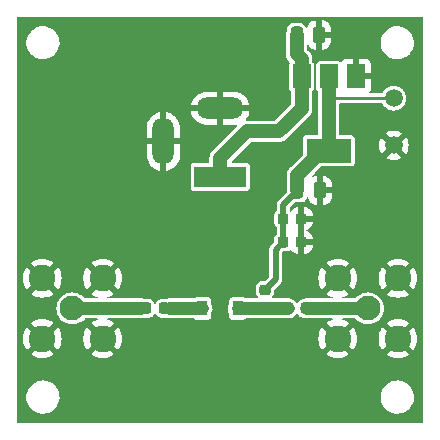
<source format=gtl>
%TF.GenerationSoftware,KiCad,Pcbnew,(6.0.6-0)*%
%TF.CreationDate,2023-01-17T17:24:57+00:00*%
%TF.ProjectId,preamplifier-tqp3m9028,70726561-6d70-46c6-9966-6965722d7471,1.0*%
%TF.SameCoordinates,Original*%
%TF.FileFunction,Copper,L1,Top*%
%TF.FilePolarity,Positive*%
%FSLAX46Y46*%
G04 Gerber Fmt 4.6, Leading zero omitted, Abs format (unit mm)*
G04 Created by KiCad (PCBNEW (6.0.6-0)) date 2023-01-17 17:24:57*
%MOMM*%
%LPD*%
G01*
G04 APERTURE LIST*
G04 Aperture macros list*
%AMRoundRect*
0 Rectangle with rounded corners*
0 $1 Rounding radius*
0 $2 $3 $4 $5 $6 $7 $8 $9 X,Y pos of 4 corners*
0 Add a 4 corners polygon primitive as box body*
4,1,4,$2,$3,$4,$5,$6,$7,$8,$9,$2,$3,0*
0 Add four circle primitives for the rounded corners*
1,1,$1+$1,$2,$3*
1,1,$1+$1,$4,$5*
1,1,$1+$1,$6,$7*
1,1,$1+$1,$8,$9*
0 Add four rect primitives between the rounded corners*
20,1,$1+$1,$2,$3,$4,$5,0*
20,1,$1+$1,$4,$5,$6,$7,0*
20,1,$1+$1,$6,$7,$8,$9,0*
20,1,$1+$1,$8,$9,$2,$3,0*%
%AMFreePoly0*
4,1,9,3.862500,-0.866500,0.737500,-0.866500,0.737500,-0.450000,-0.737500,-0.450000,-0.737500,0.450000,0.737500,0.450000,0.737500,0.866500,3.862500,0.866500,3.862500,-0.866500,3.862500,-0.866500,$1*%
G04 Aperture macros list end*
%TA.AperFunction,SMDPad,CuDef*%
%ADD10RoundRect,0.250000X-0.250000X-0.475000X0.250000X-0.475000X0.250000X0.475000X-0.250000X0.475000X0*%
%TD*%
%TA.AperFunction,SMDPad,CuDef*%
%ADD11C,1.500000*%
%TD*%
%TA.AperFunction,SMDPad,CuDef*%
%ADD12R,0.900000X1.300000*%
%TD*%
%TA.AperFunction,SMDPad,CuDef*%
%ADD13FreePoly0,90.000000*%
%TD*%
%TA.AperFunction,SMDPad,CuDef*%
%ADD14RoundRect,0.225000X-0.225000X-0.250000X0.225000X-0.250000X0.225000X0.250000X-0.225000X0.250000X0*%
%TD*%
%TA.AperFunction,SMDPad,CuDef*%
%ADD15R,1.500000X2.000000*%
%TD*%
%TA.AperFunction,SMDPad,CuDef*%
%ADD16R,3.800000X2.000000*%
%TD*%
%TA.AperFunction,ComponentPad*%
%ADD17C,2.100000*%
%TD*%
%TA.AperFunction,ComponentPad*%
%ADD18C,2.250000*%
%TD*%
%TA.AperFunction,SMDPad,CuDef*%
%ADD19RoundRect,0.218750X-0.256250X0.218750X-0.256250X-0.218750X0.256250X-0.218750X0.256250X0.218750X0*%
%TD*%
%TA.AperFunction,ComponentPad*%
%ADD20R,4.400000X1.800000*%
%TD*%
%TA.AperFunction,ComponentPad*%
%ADD21O,4.000000X1.800000*%
%TD*%
%TA.AperFunction,ComponentPad*%
%ADD22O,1.800000X4.000000*%
%TD*%
%TA.AperFunction,ViaPad*%
%ADD23C,0.800000*%
%TD*%
%TA.AperFunction,Conductor*%
%ADD24C,1.200000*%
%TD*%
%TA.AperFunction,Conductor*%
%ADD25C,1.100000*%
%TD*%
%TA.AperFunction,Conductor*%
%ADD26C,0.500000*%
%TD*%
%TA.AperFunction,Conductor*%
%ADD27C,0.250000*%
%TD*%
G04 APERTURE END LIST*
D10*
X124050000Y-100000000D03*
X125950000Y-100000000D03*
D11*
X132200000Y-92200000D03*
D12*
X116000000Y-110000000D03*
D13*
X117500000Y-109912500D03*
D12*
X119000000Y-110000000D03*
D14*
X122825000Y-104400000D03*
X124375000Y-104400000D03*
D15*
X128995200Y-90350000D03*
D16*
X126695200Y-96650000D03*
D15*
X126695200Y-90350000D03*
X124395200Y-90350000D03*
D17*
X105000000Y-110000000D03*
D18*
X107550000Y-107450000D03*
X107550000Y-112550000D03*
X102450000Y-107450000D03*
X102450000Y-112550000D03*
D14*
X123225000Y-110000000D03*
X124775000Y-110000000D03*
D11*
X132200000Y-96200000D03*
D10*
X123967200Y-86842600D03*
X125867200Y-86842600D03*
D14*
X111225000Y-110000000D03*
X112775000Y-110000000D03*
X122825000Y-102400000D03*
X124375000Y-102400000D03*
D19*
X121300000Y-108412500D03*
X121300000Y-109987500D03*
D17*
X130000000Y-110000000D03*
D18*
X132550000Y-107450000D03*
X127450000Y-112550000D03*
X132550000Y-112550000D03*
X127450000Y-107450000D03*
D20*
X117500000Y-98856800D03*
D21*
X117500000Y-93056800D03*
D22*
X112700000Y-95856800D03*
D23*
X121025000Y-107050000D03*
X123325000Y-107125000D03*
X114400000Y-108600000D03*
X127575000Y-86825000D03*
X126000000Y-104200000D03*
X115750000Y-91000000D03*
X121200000Y-101150000D03*
X111400000Y-108600000D03*
X116000000Y-108400000D03*
X116000000Y-107400000D03*
X124000000Y-106000000D03*
X122600000Y-108600000D03*
X127750000Y-99900000D03*
X110750000Y-93750000D03*
X128250000Y-93250000D03*
X118000000Y-105200000D03*
X110750000Y-96250000D03*
X117000000Y-105200000D03*
X120400000Y-111400000D03*
X112400000Y-111400000D03*
X127750000Y-101000000D03*
X123600000Y-108600000D03*
X121200000Y-99600000D03*
X124825000Y-94800000D03*
X109400000Y-108600000D03*
X119400000Y-111400000D03*
X119000000Y-108400000D03*
X111400000Y-111400000D03*
X109400000Y-111400000D03*
X118400000Y-111400000D03*
X119000000Y-105200000D03*
X125600000Y-108600000D03*
X124400000Y-111400000D03*
X122400000Y-111400000D03*
X114400000Y-111400000D03*
X116400000Y-111400000D03*
X110400000Y-108600000D03*
X130775000Y-90350000D03*
X123400000Y-111400000D03*
X116000000Y-106200000D03*
X125400000Y-111400000D03*
X126000000Y-102200000D03*
X110750000Y-97500000D03*
X124600000Y-108600000D03*
X117400000Y-111400000D03*
X116000000Y-105200000D03*
X125200000Y-105800000D03*
X128250000Y-94500000D03*
X121200000Y-102825000D03*
X117500000Y-91000000D03*
X110750000Y-95000000D03*
X110400000Y-111400000D03*
X119000000Y-106200000D03*
X120000000Y-108400000D03*
X126000000Y-103200000D03*
X123750000Y-96500000D03*
X112400000Y-108600000D03*
X113400000Y-111400000D03*
X121400000Y-111400000D03*
X127750000Y-98800000D03*
X119250000Y-91000000D03*
X115400000Y-111400000D03*
X113400000Y-108600000D03*
X119000000Y-107400000D03*
X126000000Y-105200000D03*
D24*
X122500000Y-95000000D02*
X124395200Y-93104800D01*
X124395200Y-90350000D02*
X124395200Y-88895200D01*
X124395200Y-88895200D02*
X123967200Y-88467200D01*
X124395200Y-93104800D02*
X124395200Y-90350000D01*
X119750000Y-95000000D02*
X122500000Y-95000000D01*
X123967200Y-88467200D02*
X123967200Y-86842600D01*
X117500000Y-97250000D02*
X119750000Y-95000000D01*
X117500000Y-98856800D02*
X117500000Y-97250000D01*
D25*
X105000000Y-110000000D02*
X110800000Y-110000000D01*
X113200000Y-110000000D02*
X116000000Y-110000000D01*
D24*
X124050000Y-98700000D02*
X126100000Y-96650000D01*
D26*
X122825000Y-101225000D02*
X124231400Y-99818600D01*
X122200000Y-107512500D02*
X121300000Y-108412500D01*
D27*
X126940400Y-92200000D02*
X126695200Y-92445200D01*
D24*
X126695200Y-92445200D02*
X126695200Y-96650000D01*
X124050000Y-100000000D02*
X124050000Y-98700000D01*
D26*
X122200000Y-105025000D02*
X122200000Y-107512500D01*
X122825000Y-104400000D02*
X122825000Y-102400000D01*
X122200000Y-105025000D02*
X122825000Y-104400000D01*
D27*
X126100000Y-96650000D02*
X126695200Y-96650000D01*
D24*
X126695200Y-90350000D02*
X126695200Y-92445200D01*
D27*
X132200000Y-92200000D02*
X126940400Y-92200000D01*
D26*
X122825000Y-102400000D02*
X122825000Y-101225000D01*
D25*
X119000000Y-110000000D02*
X123225000Y-110000000D01*
X130000000Y-110000000D02*
X124775000Y-110000000D01*
%TA.AperFunction,Conductor*%
G36*
X134681048Y-85318952D02*
G01*
X134699500Y-85363500D01*
X134699500Y-119636500D01*
X134681048Y-119681048D01*
X134636500Y-119699500D01*
X100363500Y-119699500D01*
X100318952Y-119681048D01*
X100300500Y-119636500D01*
X100300500Y-117433789D01*
X101095996Y-117433789D01*
X101104913Y-117671295D01*
X101153719Y-117903904D01*
X101241020Y-118124963D01*
X101242401Y-118127238D01*
X101242403Y-118127243D01*
X101311233Y-118240670D01*
X101364319Y-118328153D01*
X101520090Y-118507664D01*
X101703880Y-118658362D01*
X101706197Y-118659681D01*
X101706200Y-118659683D01*
X101908115Y-118774620D01*
X101908120Y-118774622D01*
X101910433Y-118775939D01*
X102133844Y-118857034D01*
X102136465Y-118857508D01*
X102136469Y-118857509D01*
X102365694Y-118898959D01*
X102365698Y-118898959D01*
X102367725Y-118899326D01*
X102389381Y-118900347D01*
X102391897Y-118900466D01*
X102391899Y-118900466D01*
X102392619Y-118900500D01*
X102559680Y-118900500D01*
X102649716Y-118892860D01*
X102734165Y-118885695D01*
X102734170Y-118885694D01*
X102736823Y-118885469D01*
X102966874Y-118825760D01*
X103183576Y-118728143D01*
X103380732Y-118595409D01*
X103552705Y-118431355D01*
X103694579Y-118240670D01*
X103802295Y-118028807D01*
X103872775Y-117801824D01*
X103904004Y-117566211D01*
X103899032Y-117433789D01*
X131095996Y-117433789D01*
X131104913Y-117671295D01*
X131153719Y-117903904D01*
X131241020Y-118124963D01*
X131242401Y-118127238D01*
X131242403Y-118127243D01*
X131311233Y-118240670D01*
X131364319Y-118328153D01*
X131520090Y-118507664D01*
X131703880Y-118658362D01*
X131706197Y-118659681D01*
X131706200Y-118659683D01*
X131908115Y-118774620D01*
X131908120Y-118774622D01*
X131910433Y-118775939D01*
X132133844Y-118857034D01*
X132136465Y-118857508D01*
X132136469Y-118857509D01*
X132365694Y-118898959D01*
X132365698Y-118898959D01*
X132367725Y-118899326D01*
X132389381Y-118900347D01*
X132391897Y-118900466D01*
X132391899Y-118900466D01*
X132392619Y-118900500D01*
X132559680Y-118900500D01*
X132649716Y-118892860D01*
X132734165Y-118885695D01*
X132734170Y-118885694D01*
X132736823Y-118885469D01*
X132966874Y-118825760D01*
X133183576Y-118728143D01*
X133380732Y-118595409D01*
X133552705Y-118431355D01*
X133694579Y-118240670D01*
X133802295Y-118028807D01*
X133872775Y-117801824D01*
X133904004Y-117566211D01*
X133895087Y-117328705D01*
X133846281Y-117096096D01*
X133758980Y-116875037D01*
X133757599Y-116872762D01*
X133757597Y-116872757D01*
X133637064Y-116674126D01*
X133637064Y-116674125D01*
X133635681Y-116671847D01*
X133479910Y-116492336D01*
X133296120Y-116341638D01*
X133293803Y-116340319D01*
X133293800Y-116340317D01*
X133091885Y-116225380D01*
X133091880Y-116225378D01*
X133089567Y-116224061D01*
X132866156Y-116142966D01*
X132863535Y-116142492D01*
X132863531Y-116142491D01*
X132634306Y-116101041D01*
X132634302Y-116101041D01*
X132632275Y-116100674D01*
X132609777Y-116099613D01*
X132608103Y-116099534D01*
X132608101Y-116099534D01*
X132607381Y-116099500D01*
X132440320Y-116099500D01*
X132350284Y-116107140D01*
X132265835Y-116114305D01*
X132265830Y-116114306D01*
X132263177Y-116114531D01*
X132033126Y-116174240D01*
X131816424Y-116271857D01*
X131619268Y-116404591D01*
X131447295Y-116568645D01*
X131305421Y-116759330D01*
X131197705Y-116971193D01*
X131127225Y-117198176D01*
X131095996Y-117433789D01*
X103899032Y-117433789D01*
X103895087Y-117328705D01*
X103846281Y-117096096D01*
X103758980Y-116875037D01*
X103757599Y-116872762D01*
X103757597Y-116872757D01*
X103637064Y-116674126D01*
X103637064Y-116674125D01*
X103635681Y-116671847D01*
X103479910Y-116492336D01*
X103296120Y-116341638D01*
X103293803Y-116340319D01*
X103293800Y-116340317D01*
X103091885Y-116225380D01*
X103091880Y-116225378D01*
X103089567Y-116224061D01*
X102866156Y-116142966D01*
X102863535Y-116142492D01*
X102863531Y-116142491D01*
X102634306Y-116101041D01*
X102634302Y-116101041D01*
X102632275Y-116100674D01*
X102609777Y-116099613D01*
X102608103Y-116099534D01*
X102608101Y-116099534D01*
X102607381Y-116099500D01*
X102440320Y-116099500D01*
X102350284Y-116107140D01*
X102265835Y-116114305D01*
X102265830Y-116114306D01*
X102263177Y-116114531D01*
X102033126Y-116174240D01*
X101816424Y-116271857D01*
X101619268Y-116404591D01*
X101447295Y-116568645D01*
X101305421Y-116759330D01*
X101197705Y-116971193D01*
X101127225Y-117198176D01*
X101095996Y-117433789D01*
X100300500Y-117433789D01*
X100300500Y-113872397D01*
X101491214Y-113872397D01*
X101494610Y-113879764D01*
X101704227Y-114008217D01*
X101708632Y-114010462D01*
X101941527Y-114106930D01*
X101946223Y-114108456D01*
X102191341Y-114167304D01*
X102196222Y-114168077D01*
X102447535Y-114187856D01*
X102452465Y-114187856D01*
X102703778Y-114168077D01*
X102708659Y-114167304D01*
X102953777Y-114108456D01*
X102958473Y-114106930D01*
X103191368Y-114010462D01*
X103195773Y-114008217D01*
X103406405Y-113879143D01*
X103408698Y-113874641D01*
X103407870Y-113872397D01*
X106591214Y-113872397D01*
X106594610Y-113879764D01*
X106804227Y-114008217D01*
X106808632Y-114010462D01*
X107041527Y-114106930D01*
X107046223Y-114108456D01*
X107291341Y-114167304D01*
X107296222Y-114168077D01*
X107547535Y-114187856D01*
X107552465Y-114187856D01*
X107803778Y-114168077D01*
X107808659Y-114167304D01*
X108053777Y-114108456D01*
X108058473Y-114106930D01*
X108291368Y-114010462D01*
X108295773Y-114008217D01*
X108506405Y-113879143D01*
X108508698Y-113874641D01*
X108507870Y-113872397D01*
X126491214Y-113872397D01*
X126494610Y-113879764D01*
X126704227Y-114008217D01*
X126708632Y-114010462D01*
X126941527Y-114106930D01*
X126946223Y-114108456D01*
X127191341Y-114167304D01*
X127196222Y-114168077D01*
X127447535Y-114187856D01*
X127452465Y-114187856D01*
X127703778Y-114168077D01*
X127708659Y-114167304D01*
X127953777Y-114108456D01*
X127958473Y-114106930D01*
X128191368Y-114010462D01*
X128195773Y-114008217D01*
X128406405Y-113879143D01*
X128408698Y-113874641D01*
X128407870Y-113872397D01*
X131591214Y-113872397D01*
X131594610Y-113879764D01*
X131804227Y-114008217D01*
X131808632Y-114010462D01*
X132041527Y-114106930D01*
X132046223Y-114108456D01*
X132291341Y-114167304D01*
X132296222Y-114168077D01*
X132547535Y-114187856D01*
X132552465Y-114187856D01*
X132803778Y-114168077D01*
X132808659Y-114167304D01*
X133053777Y-114108456D01*
X133058473Y-114106930D01*
X133291368Y-114010462D01*
X133295773Y-114008217D01*
X133506405Y-113879143D01*
X133508698Y-113874641D01*
X133504762Y-113863972D01*
X132558862Y-112918072D01*
X132550000Y-112914401D01*
X132541138Y-112918072D01*
X131594326Y-113864884D01*
X131591214Y-113872397D01*
X128407870Y-113872397D01*
X128404762Y-113863972D01*
X127458862Y-112918072D01*
X127450000Y-112914401D01*
X127441138Y-112918072D01*
X126494326Y-113864884D01*
X126491214Y-113872397D01*
X108507870Y-113872397D01*
X108504762Y-113863972D01*
X107558862Y-112918072D01*
X107550000Y-112914401D01*
X107541138Y-112918072D01*
X106594326Y-113864884D01*
X106591214Y-113872397D01*
X103407870Y-113872397D01*
X103404762Y-113863972D01*
X102458862Y-112918072D01*
X102450000Y-112914401D01*
X102441138Y-112918072D01*
X101494326Y-113864884D01*
X101491214Y-113872397D01*
X100300500Y-113872397D01*
X100300500Y-112552465D01*
X100812144Y-112552465D01*
X100831923Y-112803778D01*
X100832696Y-112808659D01*
X100891544Y-113053777D01*
X100893070Y-113058473D01*
X100989538Y-113291368D01*
X100991783Y-113295773D01*
X101120857Y-113506405D01*
X101125359Y-113508698D01*
X101136028Y-113504762D01*
X102081928Y-112558862D01*
X102085599Y-112550000D01*
X102814401Y-112550000D01*
X102818072Y-112558862D01*
X103764884Y-113505674D01*
X103772397Y-113508786D01*
X103779764Y-113505390D01*
X103908217Y-113295773D01*
X103910462Y-113291368D01*
X104006930Y-113058473D01*
X104008456Y-113053777D01*
X104067304Y-112808659D01*
X104068077Y-112803778D01*
X104087856Y-112552465D01*
X105912144Y-112552465D01*
X105931923Y-112803778D01*
X105932696Y-112808659D01*
X105991544Y-113053777D01*
X105993070Y-113058473D01*
X106089538Y-113291368D01*
X106091783Y-113295773D01*
X106220857Y-113506405D01*
X106225359Y-113508698D01*
X106236028Y-113504762D01*
X107181928Y-112558862D01*
X107185599Y-112550000D01*
X107914401Y-112550000D01*
X107918072Y-112558862D01*
X108864884Y-113505674D01*
X108872397Y-113508786D01*
X108879764Y-113505390D01*
X109008217Y-113295773D01*
X109010462Y-113291368D01*
X109106930Y-113058473D01*
X109108456Y-113053777D01*
X109167304Y-112808659D01*
X109168077Y-112803778D01*
X109187856Y-112552465D01*
X125812144Y-112552465D01*
X125831923Y-112803778D01*
X125832696Y-112808659D01*
X125891544Y-113053777D01*
X125893070Y-113058473D01*
X125989538Y-113291368D01*
X125991783Y-113295773D01*
X126120857Y-113506405D01*
X126125359Y-113508698D01*
X126136028Y-113504762D01*
X127081928Y-112558862D01*
X127085599Y-112550000D01*
X127814401Y-112550000D01*
X127818072Y-112558862D01*
X128764884Y-113505674D01*
X128772397Y-113508786D01*
X128779764Y-113505390D01*
X128908217Y-113295773D01*
X128910462Y-113291368D01*
X129006930Y-113058473D01*
X129008456Y-113053777D01*
X129067304Y-112808659D01*
X129068077Y-112803778D01*
X129087856Y-112552465D01*
X130912144Y-112552465D01*
X130931923Y-112803778D01*
X130932696Y-112808659D01*
X130991544Y-113053777D01*
X130993070Y-113058473D01*
X131089538Y-113291368D01*
X131091783Y-113295773D01*
X131220857Y-113506405D01*
X131225359Y-113508698D01*
X131236028Y-113504762D01*
X132181928Y-112558862D01*
X132185599Y-112550000D01*
X132914401Y-112550000D01*
X132918072Y-112558862D01*
X133864884Y-113505674D01*
X133872397Y-113508786D01*
X133879764Y-113505390D01*
X134008217Y-113295773D01*
X134010462Y-113291368D01*
X134106930Y-113058473D01*
X134108456Y-113053777D01*
X134167304Y-112808659D01*
X134168077Y-112803778D01*
X134187856Y-112552465D01*
X134187856Y-112547535D01*
X134168077Y-112296222D01*
X134167304Y-112291341D01*
X134108456Y-112046223D01*
X134106930Y-112041527D01*
X134010462Y-111808632D01*
X134008217Y-111804227D01*
X133879143Y-111593595D01*
X133874641Y-111591302D01*
X133863972Y-111595238D01*
X132918072Y-112541138D01*
X132914401Y-112550000D01*
X132185599Y-112550000D01*
X132181928Y-112541138D01*
X131235116Y-111594326D01*
X131227603Y-111591214D01*
X131220236Y-111594610D01*
X131091783Y-111804227D01*
X131089538Y-111808632D01*
X130993070Y-112041527D01*
X130991544Y-112046223D01*
X130932696Y-112291341D01*
X130931923Y-112296222D01*
X130912144Y-112547535D01*
X130912144Y-112552465D01*
X129087856Y-112552465D01*
X129087856Y-112547535D01*
X129068077Y-112296222D01*
X129067304Y-112291341D01*
X129008456Y-112046223D01*
X129006930Y-112041527D01*
X128910462Y-111808632D01*
X128908217Y-111804227D01*
X128779143Y-111593595D01*
X128774641Y-111591302D01*
X128763972Y-111595238D01*
X127818072Y-112541138D01*
X127814401Y-112550000D01*
X127085599Y-112550000D01*
X127081928Y-112541138D01*
X126135116Y-111594326D01*
X126127603Y-111591214D01*
X126120236Y-111594610D01*
X125991783Y-111804227D01*
X125989538Y-111808632D01*
X125893070Y-112041527D01*
X125891544Y-112046223D01*
X125832696Y-112291341D01*
X125831923Y-112296222D01*
X125812144Y-112547535D01*
X125812144Y-112552465D01*
X109187856Y-112552465D01*
X109187856Y-112547535D01*
X109168077Y-112296222D01*
X109167304Y-112291341D01*
X109108456Y-112046223D01*
X109106930Y-112041527D01*
X109010462Y-111808632D01*
X109008217Y-111804227D01*
X108879143Y-111593595D01*
X108874641Y-111591302D01*
X108863972Y-111595238D01*
X107918072Y-112541138D01*
X107914401Y-112550000D01*
X107185599Y-112550000D01*
X107181928Y-112541138D01*
X106235116Y-111594326D01*
X106227603Y-111591214D01*
X106220236Y-111594610D01*
X106091783Y-111804227D01*
X106089538Y-111808632D01*
X105993070Y-112041527D01*
X105991544Y-112046223D01*
X105932696Y-112291341D01*
X105931923Y-112296222D01*
X105912144Y-112547535D01*
X105912144Y-112552465D01*
X104087856Y-112552465D01*
X104087856Y-112547535D01*
X104068077Y-112296222D01*
X104067304Y-112291341D01*
X104008456Y-112046223D01*
X104006930Y-112041527D01*
X103910462Y-111808632D01*
X103908217Y-111804227D01*
X103779143Y-111593595D01*
X103774641Y-111591302D01*
X103763972Y-111595238D01*
X102818072Y-112541138D01*
X102814401Y-112550000D01*
X102085599Y-112550000D01*
X102081928Y-112541138D01*
X101135116Y-111594326D01*
X101127603Y-111591214D01*
X101120236Y-111594610D01*
X100991783Y-111804227D01*
X100989538Y-111808632D01*
X100893070Y-112041527D01*
X100891544Y-112046223D01*
X100832696Y-112291341D01*
X100831923Y-112296222D01*
X100812144Y-112547535D01*
X100812144Y-112552465D01*
X100300500Y-112552465D01*
X100300500Y-111225359D01*
X101491302Y-111225359D01*
X101495238Y-111236028D01*
X102441138Y-112181928D01*
X102450000Y-112185599D01*
X102458862Y-112181928D01*
X103405674Y-111235116D01*
X103408786Y-111227603D01*
X103405390Y-111220236D01*
X103195773Y-111091783D01*
X103191368Y-111089538D01*
X102958473Y-110993070D01*
X102953777Y-110991544D01*
X102708659Y-110932696D01*
X102703778Y-110931923D01*
X102452465Y-110912144D01*
X102447535Y-110912144D01*
X102196222Y-110931923D01*
X102191341Y-110932696D01*
X101946223Y-110991544D01*
X101941527Y-110993070D01*
X101708632Y-111089538D01*
X101704227Y-111091783D01*
X101493595Y-111220857D01*
X101491302Y-111225359D01*
X100300500Y-111225359D01*
X100300500Y-110000000D01*
X103644341Y-110000000D01*
X103664937Y-110235408D01*
X103726097Y-110463663D01*
X103825965Y-110677829D01*
X103827538Y-110680075D01*
X103827540Y-110680079D01*
X103959929Y-110869151D01*
X103959932Y-110869155D01*
X103961505Y-110871401D01*
X104128599Y-111038495D01*
X104130845Y-111040068D01*
X104130849Y-111040071D01*
X104319920Y-111172460D01*
X104319924Y-111172462D01*
X104322170Y-111174035D01*
X104536337Y-111273903D01*
X104764592Y-111335063D01*
X105000000Y-111355659D01*
X105235408Y-111335063D01*
X105463663Y-111273903D01*
X105677830Y-111174035D01*
X105680076Y-111172462D01*
X105680080Y-111172460D01*
X105869151Y-111040071D01*
X105869155Y-111040068D01*
X105871401Y-111038495D01*
X106038495Y-110871401D01*
X106038982Y-110871888D01*
X106079608Y-110850740D01*
X106085098Y-110850500D01*
X107101430Y-110850500D01*
X107145978Y-110868952D01*
X107164430Y-110913500D01*
X107145978Y-110958048D01*
X107116137Y-110974759D01*
X107046223Y-110991544D01*
X107041527Y-110993070D01*
X106808632Y-111089538D01*
X106804227Y-111091783D01*
X106593595Y-111220857D01*
X106591302Y-111225359D01*
X106595238Y-111236028D01*
X107541138Y-112181928D01*
X107550000Y-112185599D01*
X107558862Y-112181928D01*
X108505674Y-111235116D01*
X108508786Y-111227603D01*
X108505390Y-111220236D01*
X108295773Y-111091783D01*
X108291368Y-111089538D01*
X108058473Y-110993070D01*
X108053777Y-110991544D01*
X107983863Y-110974759D01*
X107944854Y-110946417D01*
X107937311Y-110898793D01*
X107965653Y-110859784D01*
X107998570Y-110850500D01*
X110846164Y-110850500D01*
X110847846Y-110850317D01*
X110847851Y-110850317D01*
X110980316Y-110835927D01*
X110980320Y-110835926D01*
X110983709Y-110835558D01*
X111152388Y-110778791D01*
X111172483Y-110775500D01*
X111445024Y-110775499D01*
X111490828Y-110775499D01*
X111576528Y-110765129D01*
X111710395Y-110712128D01*
X111825078Y-110625078D01*
X111912128Y-110510395D01*
X111941424Y-110436401D01*
X111974979Y-110401775D01*
X112023192Y-110401017D01*
X112058576Y-110436401D01*
X112087872Y-110510395D01*
X112174922Y-110625078D01*
X112289605Y-110712128D01*
X112423472Y-110765129D01*
X112427482Y-110765614D01*
X112427485Y-110765615D01*
X112461357Y-110769714D01*
X112509171Y-110775500D01*
X112549999Y-110775500D01*
X112836617Y-110775499D01*
X112863242Y-110781402D01*
X112921204Y-110808431D01*
X112921206Y-110808432D01*
X112924297Y-110809873D01*
X112927624Y-110810617D01*
X112927625Y-110810617D01*
X113039207Y-110835558D01*
X113104637Y-110850183D01*
X113110307Y-110850500D01*
X115299393Y-110850500D01*
X115343902Y-110868914D01*
X115377287Y-110902241D01*
X115479673Y-110947506D01*
X115484380Y-110948055D01*
X115484381Y-110948055D01*
X115503532Y-110950288D01*
X115503539Y-110950288D01*
X115505354Y-110950500D01*
X116494646Y-110950500D01*
X116496492Y-110950280D01*
X116496497Y-110950280D01*
X116509474Y-110948735D01*
X116520846Y-110947382D01*
X116555649Y-110931923D01*
X116617840Y-110904299D01*
X116623153Y-110901939D01*
X116652097Y-110872945D01*
X116698132Y-110826829D01*
X116702241Y-110822713D01*
X116744142Y-110727936D01*
X116745590Y-110724661D01*
X116747506Y-110720327D01*
X116748765Y-110709528D01*
X116750288Y-110696468D01*
X116750288Y-110696461D01*
X116750500Y-110694646D01*
X116750500Y-110425732D01*
X116756403Y-110402051D01*
X116755375Y-110401640D01*
X116822732Y-110233235D01*
X116824000Y-110230065D01*
X116854181Y-110047756D01*
X116849176Y-109952244D01*
X118145819Y-109952244D01*
X118155490Y-110136781D01*
X118204562Y-110314936D01*
X118206152Y-110317952D01*
X118206153Y-110317954D01*
X118242228Y-110386376D01*
X118249500Y-110415759D01*
X118249500Y-110694646D01*
X118252618Y-110720846D01*
X118254536Y-110725164D01*
X118295503Y-110817393D01*
X118298061Y-110823153D01*
X118377287Y-110902241D01*
X118479673Y-110947506D01*
X118484380Y-110948055D01*
X118484381Y-110948055D01*
X118503532Y-110950288D01*
X118503539Y-110950288D01*
X118505354Y-110950500D01*
X119494646Y-110950500D01*
X119496492Y-110950280D01*
X119496497Y-110950280D01*
X119509474Y-110948735D01*
X119520846Y-110947382D01*
X119555649Y-110931923D01*
X119617840Y-110904299D01*
X119623153Y-110901939D01*
X119627260Y-110897825D01*
X119627263Y-110897823D01*
X119656043Y-110868992D01*
X119700630Y-110850500D01*
X123271164Y-110850500D01*
X123272846Y-110850317D01*
X123272851Y-110850317D01*
X123405316Y-110835927D01*
X123405320Y-110835926D01*
X123408709Y-110835558D01*
X123583848Y-110776617D01*
X123586774Y-110774859D01*
X123586776Y-110774858D01*
X123649605Y-110737106D01*
X123658862Y-110732531D01*
X123700221Y-110716156D01*
X123710395Y-110712128D01*
X123825078Y-110625078D01*
X123912128Y-110510395D01*
X123917472Y-110496898D01*
X123923941Y-110484680D01*
X123946727Y-110451153D01*
X123987028Y-110424681D01*
X124034244Y-110434460D01*
X124054560Y-110457182D01*
X124065746Y-110478398D01*
X124067950Y-110481006D01*
X124076880Y-110491573D01*
X124083681Y-110502939D01*
X124084181Y-110502657D01*
X124086290Y-110506399D01*
X124087872Y-110510395D01*
X124174922Y-110625078D01*
X124289605Y-110712128D01*
X124315732Y-110722472D01*
X124325985Y-110728274D01*
X124326190Y-110727936D01*
X124329108Y-110729704D01*
X124331820Y-110731777D01*
X124334912Y-110733219D01*
X124334914Y-110733220D01*
X124496204Y-110808431D01*
X124496206Y-110808432D01*
X124499297Y-110809873D01*
X124502624Y-110810617D01*
X124502625Y-110810617D01*
X124614207Y-110835558D01*
X124679637Y-110850183D01*
X124685307Y-110850500D01*
X127001430Y-110850500D01*
X127045978Y-110868952D01*
X127064430Y-110913500D01*
X127045978Y-110958048D01*
X127016137Y-110974759D01*
X126946223Y-110991544D01*
X126941527Y-110993070D01*
X126708632Y-111089538D01*
X126704227Y-111091783D01*
X126493595Y-111220857D01*
X126491302Y-111225359D01*
X126495238Y-111236028D01*
X127441138Y-112181928D01*
X127450000Y-112185599D01*
X127458862Y-112181928D01*
X128405674Y-111235116D01*
X128408786Y-111227603D01*
X128405390Y-111220236D01*
X128195773Y-111091783D01*
X128191368Y-111089538D01*
X127958473Y-110993070D01*
X127953777Y-110991544D01*
X127883863Y-110974759D01*
X127844854Y-110946417D01*
X127837311Y-110898793D01*
X127865653Y-110859784D01*
X127898570Y-110850500D01*
X128914902Y-110850500D01*
X128959450Y-110868952D01*
X128960894Y-110870528D01*
X128961505Y-110871401D01*
X129128599Y-111038495D01*
X129130845Y-111040068D01*
X129130849Y-111040071D01*
X129319920Y-111172460D01*
X129319924Y-111172462D01*
X129322170Y-111174035D01*
X129536337Y-111273903D01*
X129764592Y-111335063D01*
X130000000Y-111355659D01*
X130235408Y-111335063D01*
X130463663Y-111273903D01*
X130567766Y-111225359D01*
X131591302Y-111225359D01*
X131595238Y-111236028D01*
X132541138Y-112181928D01*
X132550000Y-112185599D01*
X132558862Y-112181928D01*
X133505674Y-111235116D01*
X133508786Y-111227603D01*
X133505390Y-111220236D01*
X133295773Y-111091783D01*
X133291368Y-111089538D01*
X133058473Y-110993070D01*
X133053777Y-110991544D01*
X132808659Y-110932696D01*
X132803778Y-110931923D01*
X132552465Y-110912144D01*
X132547535Y-110912144D01*
X132296222Y-110931923D01*
X132291341Y-110932696D01*
X132046223Y-110991544D01*
X132041527Y-110993070D01*
X131808632Y-111089538D01*
X131804227Y-111091783D01*
X131593595Y-111220857D01*
X131591302Y-111225359D01*
X130567766Y-111225359D01*
X130677830Y-111174035D01*
X130680076Y-111172462D01*
X130680080Y-111172460D01*
X130869151Y-111040071D01*
X130869155Y-111040068D01*
X130871401Y-111038495D01*
X131038495Y-110871401D01*
X131040068Y-110869155D01*
X131040071Y-110869151D01*
X131172460Y-110680079D01*
X131172462Y-110680075D01*
X131174035Y-110677829D01*
X131273903Y-110463663D01*
X131335063Y-110235408D01*
X131355659Y-110000000D01*
X131335063Y-109764592D01*
X131273903Y-109536337D01*
X131174035Y-109322171D01*
X131163568Y-109307222D01*
X131040071Y-109130849D01*
X131040068Y-109130845D01*
X131038495Y-109128599D01*
X130871401Y-108961505D01*
X130869155Y-108959932D01*
X130869151Y-108959929D01*
X130680080Y-108827540D01*
X130680076Y-108827538D01*
X130677830Y-108825965D01*
X130562953Y-108772397D01*
X131591214Y-108772397D01*
X131594610Y-108779764D01*
X131804227Y-108908217D01*
X131808632Y-108910462D01*
X132041527Y-109006930D01*
X132046223Y-109008456D01*
X132291341Y-109067304D01*
X132296222Y-109068077D01*
X132547535Y-109087856D01*
X132552465Y-109087856D01*
X132803778Y-109068077D01*
X132808659Y-109067304D01*
X133053777Y-109008456D01*
X133058473Y-109006930D01*
X133291368Y-108910462D01*
X133295773Y-108908217D01*
X133506405Y-108779143D01*
X133508698Y-108774641D01*
X133504762Y-108763972D01*
X132558862Y-107818072D01*
X132550000Y-107814401D01*
X132541138Y-107818072D01*
X131594326Y-108764884D01*
X131591214Y-108772397D01*
X130562953Y-108772397D01*
X130463663Y-108726097D01*
X130235408Y-108664937D01*
X130000000Y-108644341D01*
X129764592Y-108664937D01*
X129536337Y-108726097D01*
X129322171Y-108825965D01*
X129319925Y-108827538D01*
X129319921Y-108827540D01*
X129130849Y-108959929D01*
X129130845Y-108959932D01*
X129128599Y-108961505D01*
X128961505Y-109128599D01*
X128961018Y-109128112D01*
X128920392Y-109149260D01*
X128914902Y-109149500D01*
X127898570Y-109149500D01*
X127854022Y-109131048D01*
X127835570Y-109086500D01*
X127854022Y-109041952D01*
X127883863Y-109025241D01*
X127953777Y-109008456D01*
X127958473Y-109006930D01*
X128191368Y-108910462D01*
X128195773Y-108908217D01*
X128406405Y-108779143D01*
X128408698Y-108774641D01*
X128404762Y-108763972D01*
X127458862Y-107818072D01*
X127450000Y-107814401D01*
X127441138Y-107818072D01*
X126494326Y-108764884D01*
X126491214Y-108772397D01*
X126494610Y-108779764D01*
X126704227Y-108908217D01*
X126708632Y-108910462D01*
X126941527Y-109006930D01*
X126946223Y-109008456D01*
X127016137Y-109025241D01*
X127055146Y-109053583D01*
X127062689Y-109101207D01*
X127034347Y-109140216D01*
X127001430Y-109149500D01*
X124728836Y-109149500D01*
X124727154Y-109149683D01*
X124727149Y-109149683D01*
X124594684Y-109164073D01*
X124594680Y-109164074D01*
X124591291Y-109164442D01*
X124416152Y-109223383D01*
X124413226Y-109225141D01*
X124413224Y-109225142D01*
X124350395Y-109262894D01*
X124341138Y-109267469D01*
X124289605Y-109287872D01*
X124174922Y-109374922D01*
X124087872Y-109489605D01*
X124082528Y-109503102D01*
X124076059Y-109515320D01*
X124053273Y-109548847D01*
X124012972Y-109575319D01*
X123965756Y-109565540D01*
X123945439Y-109542817D01*
X123935845Y-109524620D01*
X123934254Y-109521602D01*
X123923120Y-109508427D01*
X123916319Y-109497061D01*
X123915819Y-109497343D01*
X123913709Y-109493599D01*
X123912128Y-109489605D01*
X123825078Y-109374922D01*
X123710395Y-109287872D01*
X123684268Y-109277528D01*
X123674015Y-109271726D01*
X123673810Y-109272064D01*
X123670892Y-109270296D01*
X123668180Y-109268223D01*
X123665088Y-109266781D01*
X123665086Y-109266780D01*
X123503796Y-109191569D01*
X123503794Y-109191568D01*
X123500703Y-109190127D01*
X123497376Y-109189383D01*
X123497375Y-109189383D01*
X123322882Y-109150380D01*
X123322881Y-109150380D01*
X123320363Y-109149817D01*
X123314693Y-109149500D01*
X121919568Y-109149500D01*
X121875020Y-109131048D01*
X121856568Y-109086500D01*
X121875020Y-109041952D01*
X121881478Y-109036319D01*
X121923443Y-109004466D01*
X121926867Y-109001867D01*
X122012881Y-108888548D01*
X122065253Y-108756273D01*
X122075500Y-108671594D01*
X122075500Y-108441621D01*
X122093952Y-108397073D01*
X122579590Y-107911434D01*
X122581495Y-107909608D01*
X122624993Y-107869610D01*
X122624995Y-107869608D01*
X122628156Y-107866701D01*
X122652660Y-107827179D01*
X122656011Y-107822305D01*
X122659224Y-107818072D01*
X122684112Y-107785284D01*
X122686796Y-107778506D01*
X122691718Y-107766076D01*
X122696748Y-107756074D01*
X122705373Y-107742163D01*
X122705374Y-107742161D01*
X122707635Y-107738514D01*
X122708832Y-107734392D01*
X122708834Y-107734389D01*
X122720605Y-107693872D01*
X122722527Y-107688258D01*
X122723917Y-107684747D01*
X122739635Y-107645047D01*
X122741793Y-107624507D01*
X122743950Y-107613516D01*
X122748794Y-107596846D01*
X122748795Y-107596843D01*
X122749715Y-107593675D01*
X122750500Y-107582985D01*
X122750500Y-107544978D01*
X122750845Y-107538393D01*
X122754952Y-107499317D01*
X122755401Y-107495046D01*
X122751382Y-107471284D01*
X122750500Y-107460778D01*
X122750500Y-107452465D01*
X125812144Y-107452465D01*
X125831923Y-107703778D01*
X125832696Y-107708659D01*
X125891544Y-107953777D01*
X125893070Y-107958473D01*
X125989538Y-108191368D01*
X125991783Y-108195773D01*
X126120857Y-108406405D01*
X126125359Y-108408698D01*
X126136028Y-108404762D01*
X127081928Y-107458862D01*
X127085599Y-107450000D01*
X127814401Y-107450000D01*
X127818072Y-107458862D01*
X128764884Y-108405674D01*
X128772397Y-108408786D01*
X128779764Y-108405390D01*
X128908217Y-108195773D01*
X128910462Y-108191368D01*
X129006930Y-107958473D01*
X129008456Y-107953777D01*
X129067304Y-107708659D01*
X129068077Y-107703778D01*
X129087856Y-107452465D01*
X130912144Y-107452465D01*
X130931923Y-107703778D01*
X130932696Y-107708659D01*
X130991544Y-107953777D01*
X130993070Y-107958473D01*
X131089538Y-108191368D01*
X131091783Y-108195773D01*
X131220857Y-108406405D01*
X131225359Y-108408698D01*
X131236028Y-108404762D01*
X132181928Y-107458862D01*
X132185599Y-107450000D01*
X132914401Y-107450000D01*
X132918072Y-107458862D01*
X133864884Y-108405674D01*
X133872397Y-108408786D01*
X133879764Y-108405390D01*
X134008217Y-108195773D01*
X134010462Y-108191368D01*
X134106930Y-107958473D01*
X134108456Y-107953777D01*
X134167304Y-107708659D01*
X134168077Y-107703778D01*
X134187856Y-107452465D01*
X134187856Y-107447535D01*
X134168077Y-107196222D01*
X134167304Y-107191341D01*
X134108456Y-106946223D01*
X134106930Y-106941527D01*
X134010462Y-106708632D01*
X134008217Y-106704227D01*
X133879143Y-106493595D01*
X133874641Y-106491302D01*
X133863972Y-106495238D01*
X132918072Y-107441138D01*
X132914401Y-107450000D01*
X132185599Y-107450000D01*
X132181928Y-107441138D01*
X131235116Y-106494326D01*
X131227603Y-106491214D01*
X131220236Y-106494610D01*
X131091783Y-106704227D01*
X131089538Y-106708632D01*
X130993070Y-106941527D01*
X130991544Y-106946223D01*
X130932696Y-107191341D01*
X130931923Y-107196222D01*
X130912144Y-107447535D01*
X130912144Y-107452465D01*
X129087856Y-107452465D01*
X129087856Y-107447535D01*
X129068077Y-107196222D01*
X129067304Y-107191341D01*
X129008456Y-106946223D01*
X129006930Y-106941527D01*
X128910462Y-106708632D01*
X128908217Y-106704227D01*
X128779143Y-106493595D01*
X128774641Y-106491302D01*
X128763972Y-106495238D01*
X127818072Y-107441138D01*
X127814401Y-107450000D01*
X127085599Y-107450000D01*
X127081928Y-107441138D01*
X126135116Y-106494326D01*
X126127603Y-106491214D01*
X126120236Y-106494610D01*
X125991783Y-106704227D01*
X125989538Y-106708632D01*
X125893070Y-106941527D01*
X125891544Y-106946223D01*
X125832696Y-107191341D01*
X125831923Y-107196222D01*
X125812144Y-107447535D01*
X125812144Y-107452465D01*
X122750500Y-107452465D01*
X122750500Y-106125359D01*
X126491302Y-106125359D01*
X126495238Y-106136028D01*
X127441138Y-107081928D01*
X127450000Y-107085599D01*
X127458862Y-107081928D01*
X128405674Y-106135116D01*
X128408786Y-106127603D01*
X128407752Y-106125359D01*
X131591302Y-106125359D01*
X131595238Y-106136028D01*
X132541138Y-107081928D01*
X132550000Y-107085599D01*
X132558862Y-107081928D01*
X133505674Y-106135116D01*
X133508786Y-106127603D01*
X133505390Y-106120236D01*
X133295773Y-105991783D01*
X133291368Y-105989538D01*
X133058473Y-105893070D01*
X133053777Y-105891544D01*
X132808659Y-105832696D01*
X132803778Y-105831923D01*
X132552465Y-105812144D01*
X132547535Y-105812144D01*
X132296222Y-105831923D01*
X132291341Y-105832696D01*
X132046223Y-105891544D01*
X132041527Y-105893070D01*
X131808632Y-105989538D01*
X131804227Y-105991783D01*
X131593595Y-106120857D01*
X131591302Y-106125359D01*
X128407752Y-106125359D01*
X128405390Y-106120236D01*
X128195773Y-105991783D01*
X128191368Y-105989538D01*
X127958473Y-105893070D01*
X127953777Y-105891544D01*
X127708659Y-105832696D01*
X127703778Y-105831923D01*
X127452465Y-105812144D01*
X127447535Y-105812144D01*
X127196222Y-105831923D01*
X127191341Y-105832696D01*
X126946223Y-105891544D01*
X126941527Y-105893070D01*
X126708632Y-105989538D01*
X126704227Y-105991783D01*
X126493595Y-106120857D01*
X126491302Y-106125359D01*
X122750500Y-106125359D01*
X122750500Y-105279121D01*
X122768952Y-105234573D01*
X122809574Y-105193951D01*
X122854122Y-105175499D01*
X123090828Y-105175499D01*
X123176528Y-105165129D01*
X123310395Y-105112128D01*
X123425078Y-105025078D01*
X123427363Y-105022068D01*
X123471741Y-105003686D01*
X123516289Y-105022138D01*
X123525313Y-105033535D01*
X123569714Y-105105286D01*
X123574231Y-105110985D01*
X123690020Y-105226572D01*
X123695725Y-105231078D01*
X123834998Y-105316926D01*
X123841586Y-105319998D01*
X123997077Y-105371573D01*
X124003768Y-105373008D01*
X124099696Y-105382836D01*
X124102905Y-105383000D01*
X124108467Y-105383000D01*
X124117329Y-105379329D01*
X124121000Y-105370467D01*
X124629000Y-105370467D01*
X124632671Y-105379329D01*
X124641533Y-105383000D01*
X124647078Y-105383000D01*
X124650317Y-105382833D01*
X124747492Y-105372749D01*
X124754183Y-105371304D01*
X124909581Y-105319460D01*
X124916169Y-105316374D01*
X125055290Y-105230283D01*
X125060985Y-105225769D01*
X125176572Y-105109980D01*
X125181078Y-105104275D01*
X125266926Y-104965002D01*
X125269998Y-104958414D01*
X125321573Y-104802923D01*
X125323008Y-104796232D01*
X125332836Y-104700304D01*
X125333000Y-104697095D01*
X125333000Y-104666533D01*
X125329329Y-104657671D01*
X125320467Y-104654000D01*
X124641533Y-104654000D01*
X124632671Y-104657671D01*
X124629000Y-104666533D01*
X124629000Y-105370467D01*
X124121000Y-105370467D01*
X124121000Y-104133467D01*
X124629000Y-104133467D01*
X124632671Y-104142329D01*
X124641533Y-104146000D01*
X125320467Y-104146000D01*
X125329329Y-104142329D01*
X125333000Y-104133467D01*
X125333000Y-104102922D01*
X125332833Y-104099683D01*
X125322749Y-104002508D01*
X125321304Y-103995817D01*
X125269460Y-103840419D01*
X125266374Y-103833831D01*
X125180283Y-103694710D01*
X125175769Y-103689015D01*
X125059980Y-103573428D01*
X125054275Y-103568922D01*
X124915002Y-103483074D01*
X124908422Y-103480005D01*
X124847450Y-103459782D01*
X124810977Y-103428243D01*
X124807487Y-103380151D01*
X124839026Y-103343678D01*
X124847346Y-103340223D01*
X124909581Y-103319460D01*
X124916169Y-103316374D01*
X125055290Y-103230283D01*
X125060985Y-103225769D01*
X125176572Y-103109980D01*
X125181078Y-103104275D01*
X125266926Y-102965002D01*
X125269998Y-102958414D01*
X125321573Y-102802923D01*
X125323008Y-102796232D01*
X125332836Y-102700304D01*
X125333000Y-102697095D01*
X125333000Y-102666533D01*
X125329329Y-102657671D01*
X125320467Y-102654000D01*
X124641533Y-102654000D01*
X124632671Y-102657671D01*
X124629000Y-102666533D01*
X124629000Y-103370470D01*
X124631246Y-103375893D01*
X124631246Y-103424107D01*
X124629000Y-103429530D01*
X124629000Y-104133467D01*
X124121000Y-104133467D01*
X124121000Y-103429530D01*
X124118754Y-103424107D01*
X124118754Y-103375893D01*
X124121000Y-103370470D01*
X124121000Y-102133467D01*
X124629000Y-102133467D01*
X124632671Y-102142329D01*
X124641533Y-102146000D01*
X125320467Y-102146000D01*
X125329329Y-102142329D01*
X125333000Y-102133467D01*
X125333000Y-102102922D01*
X125332833Y-102099683D01*
X125322749Y-102002508D01*
X125321304Y-101995817D01*
X125269460Y-101840419D01*
X125266374Y-101833831D01*
X125180283Y-101694710D01*
X125175769Y-101689015D01*
X125059980Y-101573428D01*
X125054275Y-101568922D01*
X124915002Y-101483074D01*
X124908414Y-101480002D01*
X124752923Y-101428427D01*
X124746232Y-101426992D01*
X124650304Y-101417164D01*
X124647095Y-101417000D01*
X124641533Y-101417000D01*
X124632671Y-101420671D01*
X124629000Y-101429533D01*
X124629000Y-102133467D01*
X124121000Y-102133467D01*
X124121000Y-101429533D01*
X124117329Y-101420671D01*
X124108467Y-101417000D01*
X124102922Y-101417000D01*
X124099683Y-101417167D01*
X124002508Y-101427251D01*
X123995817Y-101428696D01*
X123840419Y-101480540D01*
X123833831Y-101483626D01*
X123694710Y-101569717D01*
X123689015Y-101574231D01*
X123573428Y-101690020D01*
X123568922Y-101695725D01*
X123525373Y-101766374D01*
X123486289Y-101794614D01*
X123438685Y-101786946D01*
X123427485Y-101778093D01*
X123425078Y-101774922D01*
X123400410Y-101756198D01*
X123376083Y-101714567D01*
X123375500Y-101706017D01*
X123375500Y-101479121D01*
X123393952Y-101434573D01*
X123784573Y-101043952D01*
X123829121Y-101025500D01*
X124342772Y-101025500D01*
X124392503Y-101019482D01*
X124428534Y-101015122D01*
X124428537Y-101015121D01*
X124432547Y-101014636D01*
X124572783Y-100959113D01*
X124692922Y-100867922D01*
X124784113Y-100747783D01*
X124833565Y-100622880D01*
X124867120Y-100588254D01*
X124915333Y-100587496D01*
X124949959Y-100621051D01*
X124953720Y-100632767D01*
X124954057Y-100634328D01*
X125007747Y-100795258D01*
X125010833Y-100801846D01*
X125099989Y-100945919D01*
X125104511Y-100951625D01*
X125224414Y-101071320D01*
X125230128Y-101075833D01*
X125374361Y-101164738D01*
X125380949Y-101167810D01*
X125541973Y-101221220D01*
X125548664Y-101222655D01*
X125648037Y-101232836D01*
X125651246Y-101233000D01*
X125683467Y-101233000D01*
X125692329Y-101229329D01*
X125696000Y-101220467D01*
X125696000Y-101220466D01*
X126204000Y-101220466D01*
X126207671Y-101229328D01*
X126216533Y-101232999D01*
X126248736Y-101232999D01*
X126251975Y-101232832D01*
X126352639Y-101222387D01*
X126359330Y-101220942D01*
X126520258Y-101167253D01*
X126526846Y-101164167D01*
X126670919Y-101075011D01*
X126676625Y-101070489D01*
X126796320Y-100950586D01*
X126800833Y-100944872D01*
X126889738Y-100800639D01*
X126892810Y-100794051D01*
X126946220Y-100633027D01*
X126947655Y-100626336D01*
X126957836Y-100526963D01*
X126958000Y-100523754D01*
X126958000Y-100266533D01*
X126954329Y-100257671D01*
X126945467Y-100254000D01*
X126216533Y-100254000D01*
X126207671Y-100257671D01*
X126204000Y-100266533D01*
X126204000Y-101220466D01*
X125696000Y-101220466D01*
X125696000Y-99733467D01*
X126204000Y-99733467D01*
X126207671Y-99742329D01*
X126216533Y-99746000D01*
X126945466Y-99746000D01*
X126954328Y-99742329D01*
X126957999Y-99733467D01*
X126957999Y-99476264D01*
X126957832Y-99473025D01*
X126947387Y-99372361D01*
X126945942Y-99365670D01*
X126892253Y-99204742D01*
X126889167Y-99198154D01*
X126800011Y-99054081D01*
X126795489Y-99048375D01*
X126675586Y-98928680D01*
X126669872Y-98924167D01*
X126525639Y-98835262D01*
X126519051Y-98832190D01*
X126358027Y-98778780D01*
X126351336Y-98777345D01*
X126251963Y-98767164D01*
X126248754Y-98767000D01*
X126216533Y-98767000D01*
X126207671Y-98770671D01*
X126204000Y-98779533D01*
X126204000Y-99733467D01*
X125696000Y-99733467D01*
X125696000Y-98779534D01*
X125692329Y-98770672D01*
X125683467Y-98767001D01*
X125651264Y-98767001D01*
X125648025Y-98767168D01*
X125547361Y-98777613D01*
X125540670Y-98779058D01*
X125379742Y-98832747D01*
X125373149Y-98835835D01*
X125347790Y-98851528D01*
X125300199Y-98859279D01*
X125261067Y-98831107D01*
X125253316Y-98783516D01*
X125270091Y-98753408D01*
X125511756Y-98511744D01*
X126054548Y-97968952D01*
X126099096Y-97950500D01*
X128639846Y-97950500D01*
X128641692Y-97950280D01*
X128641697Y-97950280D01*
X128654674Y-97948735D01*
X128666046Y-97947382D01*
X128768353Y-97901939D01*
X128847441Y-97822713D01*
X128892706Y-97720327D01*
X128893255Y-97715619D01*
X128895488Y-97696468D01*
X128895488Y-97696461D01*
X128895700Y-97694646D01*
X128895700Y-97251199D01*
X131513203Y-97251199D01*
X131515324Y-97256319D01*
X131566347Y-97292046D01*
X131571089Y-97294783D01*
X131765599Y-97385485D01*
X131770756Y-97387362D01*
X131978051Y-97442906D01*
X131983463Y-97443860D01*
X132197257Y-97462565D01*
X132202743Y-97462565D01*
X132416537Y-97443860D01*
X132421949Y-97442906D01*
X132629244Y-97387362D01*
X132634401Y-97385485D01*
X132828911Y-97294783D01*
X132833653Y-97292046D01*
X132881722Y-97258387D01*
X132886876Y-97250297D01*
X132885677Y-97244888D01*
X132208862Y-96568072D01*
X132200000Y-96564401D01*
X132191138Y-96568072D01*
X131516874Y-97242337D01*
X131513203Y-97251199D01*
X128895700Y-97251199D01*
X128895700Y-96202743D01*
X130937435Y-96202743D01*
X130956140Y-96416537D01*
X130957094Y-96421949D01*
X131012638Y-96629244D01*
X131014515Y-96634401D01*
X131105217Y-96828910D01*
X131107954Y-96833652D01*
X131141613Y-96881722D01*
X131149703Y-96886876D01*
X131155112Y-96885677D01*
X131831928Y-96208862D01*
X131835599Y-96200000D01*
X132564401Y-96200000D01*
X132568072Y-96208862D01*
X133242337Y-96883126D01*
X133251199Y-96886797D01*
X133256319Y-96884676D01*
X133292046Y-96833652D01*
X133294783Y-96828910D01*
X133385485Y-96634401D01*
X133387362Y-96629244D01*
X133442906Y-96421949D01*
X133443860Y-96416537D01*
X133462565Y-96202743D01*
X133462565Y-96197257D01*
X133443860Y-95983463D01*
X133442906Y-95978051D01*
X133387362Y-95770756D01*
X133385485Y-95765599D01*
X133294783Y-95571090D01*
X133292046Y-95566348D01*
X133258387Y-95518278D01*
X133250297Y-95513124D01*
X133244888Y-95514323D01*
X132568072Y-96191138D01*
X132564401Y-96200000D01*
X131835599Y-96200000D01*
X131831928Y-96191138D01*
X131157663Y-95516874D01*
X131148801Y-95513203D01*
X131143681Y-95515324D01*
X131107954Y-95566348D01*
X131105217Y-95571090D01*
X131014515Y-95765599D01*
X131012638Y-95770756D01*
X130957094Y-95978051D01*
X130956140Y-95983463D01*
X130937435Y-96197257D01*
X130937435Y-96202743D01*
X128895700Y-96202743D01*
X128895700Y-95605354D01*
X128892582Y-95579154D01*
X128863253Y-95513124D01*
X128849499Y-95482160D01*
X128847139Y-95476847D01*
X128767913Y-95397759D01*
X128665527Y-95352494D01*
X128660820Y-95351945D01*
X128660819Y-95351945D01*
X128641668Y-95349712D01*
X128641661Y-95349712D01*
X128639846Y-95349500D01*
X127658700Y-95349500D01*
X127614152Y-95331048D01*
X127595700Y-95286500D01*
X127595700Y-95149703D01*
X131513124Y-95149703D01*
X131514323Y-95155112D01*
X132191138Y-95831928D01*
X132200000Y-95835599D01*
X132208862Y-95831928D01*
X132883126Y-95157663D01*
X132886797Y-95148801D01*
X132884676Y-95143681D01*
X132833653Y-95107954D01*
X132828911Y-95105217D01*
X132634401Y-95014515D01*
X132629244Y-95012638D01*
X132421949Y-94957094D01*
X132416537Y-94956140D01*
X132202743Y-94937435D01*
X132197257Y-94937435D01*
X131983463Y-94956140D01*
X131978051Y-94957094D01*
X131770756Y-95012638D01*
X131765599Y-95014515D01*
X131571090Y-95105217D01*
X131566348Y-95107954D01*
X131518278Y-95141613D01*
X131513124Y-95149703D01*
X127595700Y-95149703D01*
X127595700Y-92688500D01*
X127614152Y-92643952D01*
X127658700Y-92625500D01*
X131199060Y-92625500D01*
X131243608Y-92643952D01*
X131255093Y-92659703D01*
X131312712Y-92771818D01*
X131314624Y-92774230D01*
X131314627Y-92774235D01*
X131422806Y-92910723D01*
X131440677Y-92933270D01*
X131443021Y-92935265D01*
X131443022Y-92935266D01*
X131501820Y-92985307D01*
X131597564Y-93066791D01*
X131643828Y-93092647D01*
X131774708Y-93165794D01*
X131774711Y-93165795D01*
X131777398Y-93167297D01*
X131878744Y-93200226D01*
X131970398Y-93230007D01*
X131970401Y-93230008D01*
X131973329Y-93230959D01*
X131976390Y-93231324D01*
X132174837Y-93254987D01*
X132174842Y-93254987D01*
X132177894Y-93255351D01*
X132180962Y-93255115D01*
X132180966Y-93255115D01*
X132380225Y-93239783D01*
X132380229Y-93239782D01*
X132383300Y-93239546D01*
X132386268Y-93238717D01*
X132386270Y-93238717D01*
X132482512Y-93211846D01*
X132581725Y-93184145D01*
X132765610Y-93091258D01*
X132795002Y-93068295D01*
X132925525Y-92966319D01*
X132927951Y-92964424D01*
X133062564Y-92808472D01*
X133153581Y-92648254D01*
X133162800Y-92632025D01*
X133164323Y-92629344D01*
X133165602Y-92625500D01*
X133228380Y-92436783D01*
X133228381Y-92436780D01*
X133229351Y-92433863D01*
X133230318Y-92426210D01*
X133254951Y-92231218D01*
X133254951Y-92231212D01*
X133255171Y-92229474D01*
X133255583Y-92200000D01*
X133235480Y-91994970D01*
X133183730Y-91823568D01*
X133176827Y-91800703D01*
X133176827Y-91800702D01*
X133175935Y-91797749D01*
X133079218Y-91615849D01*
X133069253Y-91603630D01*
X133003171Y-91522606D01*
X132949011Y-91456200D01*
X132910887Y-91424661D01*
X132792647Y-91326844D01*
X132792645Y-91326843D01*
X132790275Y-91324882D01*
X132609055Y-91226897D01*
X132606120Y-91225989D01*
X132606119Y-91225988D01*
X132415197Y-91166888D01*
X132412254Y-91165977D01*
X132334147Y-91157768D01*
X132210427Y-91144764D01*
X132210423Y-91144764D01*
X132207369Y-91144443D01*
X132069082Y-91157028D01*
X132005267Y-91162835D01*
X132005265Y-91162835D01*
X132002203Y-91163114D01*
X131804572Y-91221280D01*
X131713287Y-91269003D01*
X131624727Y-91315301D01*
X131624724Y-91315303D01*
X131622002Y-91316726D01*
X131619603Y-91318655D01*
X131498336Y-91416156D01*
X131461447Y-91445815D01*
X131459470Y-91448171D01*
X131332025Y-91600054D01*
X131329024Y-91603630D01*
X131327539Y-91606330D01*
X131327537Y-91606334D01*
X131253037Y-91741850D01*
X131215406Y-91771998D01*
X131197830Y-91774500D01*
X130187885Y-91774500D01*
X130143337Y-91756048D01*
X130124885Y-91711500D01*
X130137472Y-91673718D01*
X130192680Y-91600054D01*
X130196947Y-91592260D01*
X130245066Y-91463905D01*
X130246878Y-91456282D01*
X130253017Y-91399776D01*
X130253200Y-91396388D01*
X130253200Y-90616533D01*
X130249529Y-90607671D01*
X130240667Y-90604000D01*
X128804200Y-90604000D01*
X128759652Y-90585548D01*
X128741200Y-90541000D01*
X128741200Y-90083467D01*
X129249200Y-90083467D01*
X129252871Y-90092329D01*
X129261733Y-90096000D01*
X130240666Y-90096000D01*
X130249528Y-90092329D01*
X130253199Y-90083467D01*
X130253199Y-89303614D01*
X130253016Y-89300223D01*
X130246878Y-89243717D01*
X130245066Y-89236096D01*
X130196947Y-89107740D01*
X130192680Y-89099946D01*
X130110799Y-88990692D01*
X130104508Y-88984401D01*
X129995254Y-88902520D01*
X129987460Y-88898253D01*
X129859105Y-88850134D01*
X129851482Y-88848322D01*
X129794976Y-88842183D01*
X129791588Y-88842000D01*
X129261733Y-88842000D01*
X129252871Y-88845671D01*
X129249200Y-88854533D01*
X129249200Y-90083467D01*
X128741200Y-90083467D01*
X128741200Y-88854534D01*
X128737529Y-88845672D01*
X128728667Y-88842001D01*
X128198814Y-88842001D01*
X128195423Y-88842184D01*
X128138917Y-88848322D01*
X128131296Y-88850134D01*
X128002940Y-88898253D01*
X127995146Y-88902520D01*
X127885892Y-88984401D01*
X127879601Y-88990692D01*
X127797720Y-89099946D01*
X127793453Y-89107740D01*
X127782688Y-89136455D01*
X127749773Y-89171690D01*
X127701582Y-89173331D01*
X127679188Y-89158927D01*
X127622029Y-89101868D01*
X127622030Y-89101868D01*
X127617913Y-89097759D01*
X127595701Y-89087939D01*
X127519861Y-89054410D01*
X127515527Y-89052494D01*
X127510820Y-89051945D01*
X127510819Y-89051945D01*
X127491668Y-89049712D01*
X127491661Y-89049712D01*
X127489846Y-89049500D01*
X125900554Y-89049500D01*
X125898708Y-89049720D01*
X125898703Y-89049720D01*
X125887891Y-89051007D01*
X125874354Y-89052618D01*
X125772047Y-89098061D01*
X125692959Y-89177287D01*
X125647694Y-89279673D01*
X125647145Y-89284380D01*
X125647145Y-89284381D01*
X125644916Y-89303503D01*
X125644700Y-89305354D01*
X125644700Y-91394646D01*
X125644920Y-91396492D01*
X125644920Y-91396497D01*
X125646465Y-91409474D01*
X125647818Y-91420846D01*
X125649736Y-91425164D01*
X125690703Y-91517393D01*
X125693261Y-91523153D01*
X125697375Y-91527259D01*
X125697375Y-91527260D01*
X125772487Y-91602241D01*
X125771255Y-91603475D01*
X125793624Y-91637781D01*
X125794700Y-91649376D01*
X125794700Y-95286500D01*
X125776248Y-95331048D01*
X125731700Y-95349500D01*
X124750554Y-95349500D01*
X124748708Y-95349720D01*
X124748703Y-95349720D01*
X124735726Y-95351265D01*
X124724354Y-95352618D01*
X124622047Y-95398061D01*
X124542959Y-95477287D01*
X124540607Y-95482607D01*
X124501489Y-95571090D01*
X124497694Y-95579673D01*
X124497145Y-95584380D01*
X124497145Y-95584381D01*
X124494916Y-95603503D01*
X124494700Y-95605354D01*
X124494700Y-96955704D01*
X124476248Y-97000252D01*
X123466867Y-98009634D01*
X123459355Y-98016050D01*
X123444129Y-98027112D01*
X123441921Y-98029564D01*
X123441919Y-98029566D01*
X123397686Y-98078692D01*
X123395416Y-98081085D01*
X123379881Y-98096620D01*
X123378843Y-98097901D01*
X123378841Y-98097904D01*
X123366062Y-98113685D01*
X123363920Y-98116193D01*
X123319677Y-98165329D01*
X123319675Y-98165332D01*
X123317467Y-98167784D01*
X123315818Y-98170640D01*
X123308059Y-98184079D01*
X123302461Y-98192223D01*
X123292697Y-98204281D01*
X123292693Y-98204288D01*
X123290617Y-98206851D01*
X123289119Y-98209791D01*
X123289117Y-98209794D01*
X123259105Y-98268695D01*
X123257532Y-98271592D01*
X123224471Y-98328857D01*
X123224469Y-98328862D01*
X123222821Y-98331716D01*
X123219534Y-98341833D01*
X123217007Y-98349609D01*
X123213225Y-98358741D01*
X123206180Y-98372567D01*
X123206178Y-98372571D01*
X123204680Y-98375512D01*
X123203824Y-98378707D01*
X123186711Y-98442572D01*
X123185783Y-98445708D01*
X123164326Y-98511744D01*
X123163981Y-98515030D01*
X123162359Y-98530459D01*
X123160557Y-98540179D01*
X123155687Y-98558354D01*
X123155514Y-98561647D01*
X123155514Y-98561650D01*
X123152054Y-98627684D01*
X123151795Y-98630972D01*
X123149500Y-98652808D01*
X123149500Y-98674763D01*
X123149414Y-98678060D01*
X123145781Y-98747388D01*
X123146735Y-98753408D01*
X123148724Y-98765968D01*
X123149500Y-98775824D01*
X123149500Y-100047192D01*
X123149673Y-100048837D01*
X123153471Y-100084978D01*
X123139776Y-100131211D01*
X123135364Y-100136111D01*
X122445411Y-100826065D01*
X122443506Y-100827891D01*
X122400007Y-100867890D01*
X122400005Y-100867892D01*
X122396844Y-100870799D01*
X122394582Y-100874448D01*
X122394579Y-100874451D01*
X122372348Y-100910307D01*
X122368995Y-100915187D01*
X122340888Y-100952217D01*
X122338158Y-100959113D01*
X122333286Y-100971418D01*
X122328253Y-100981426D01*
X122317365Y-100998986D01*
X122316168Y-101003106D01*
X122316165Y-101003113D01*
X122304395Y-101043626D01*
X122302473Y-101049241D01*
X122285364Y-101092453D01*
X122284916Y-101096718D01*
X122284915Y-101096721D01*
X122283205Y-101112994D01*
X122281049Y-101123983D01*
X122275285Y-101143825D01*
X122274500Y-101154515D01*
X122274500Y-101192520D01*
X122274155Y-101199104D01*
X122269599Y-101242454D01*
X122270315Y-101246687D01*
X122270315Y-101246688D01*
X122273618Y-101266216D01*
X122274500Y-101276722D01*
X122274500Y-101706017D01*
X122256048Y-101750565D01*
X122249591Y-101756197D01*
X122224922Y-101774922D01*
X122137872Y-101889605D01*
X122084871Y-102023472D01*
X122074500Y-102109171D01*
X122074501Y-102690828D01*
X122084871Y-102776528D01*
X122137872Y-102910395D01*
X122224922Y-103025078D01*
X122228346Y-103027677D01*
X122249590Y-103043802D01*
X122273917Y-103085433D01*
X122274500Y-103093983D01*
X122274500Y-103706017D01*
X122256048Y-103750565D01*
X122249591Y-103756197D01*
X122224922Y-103774922D01*
X122137872Y-103889605D01*
X122084871Y-104023472D01*
X122074500Y-104109171D01*
X122074500Y-104345880D01*
X122056048Y-104390428D01*
X121820411Y-104626065D01*
X121818506Y-104627891D01*
X121775007Y-104667890D01*
X121775005Y-104667892D01*
X121771844Y-104670799D01*
X121769582Y-104674448D01*
X121769579Y-104674451D01*
X121747348Y-104710307D01*
X121743995Y-104715187D01*
X121715888Y-104752217D01*
X121714305Y-104756216D01*
X121708286Y-104771418D01*
X121703253Y-104781426D01*
X121692365Y-104798986D01*
X121691168Y-104803106D01*
X121691165Y-104803113D01*
X121679395Y-104843626D01*
X121677473Y-104849241D01*
X121660364Y-104892453D01*
X121659916Y-104896718D01*
X121659915Y-104896721D01*
X121658205Y-104912994D01*
X121656049Y-104923983D01*
X121650285Y-104943825D01*
X121649500Y-104954515D01*
X121649500Y-104992520D01*
X121649155Y-104999104D01*
X121644599Y-105042454D01*
X121645315Y-105046687D01*
X121645315Y-105046688D01*
X121648618Y-105066216D01*
X121649500Y-105076722D01*
X121649500Y-107258379D01*
X121631048Y-107302927D01*
X121277928Y-107656048D01*
X121233380Y-107674500D01*
X121003406Y-107674500D01*
X120918727Y-107684747D01*
X120786452Y-107737119D01*
X120673133Y-107823133D01*
X120587119Y-107936452D01*
X120534747Y-108068727D01*
X120524500Y-108153406D01*
X120524500Y-108671594D01*
X120534747Y-108756273D01*
X120587119Y-108888548D01*
X120673133Y-109001867D01*
X120676557Y-109004466D01*
X120718522Y-109036319D01*
X120742849Y-109077950D01*
X120730613Y-109124590D01*
X120688982Y-109148917D01*
X120680432Y-109149500D01*
X119700607Y-109149500D01*
X119656098Y-109131086D01*
X119626832Y-109101871D01*
X119622713Y-109097759D01*
X119520327Y-109052494D01*
X119515620Y-109051945D01*
X119515619Y-109051945D01*
X119496468Y-109049712D01*
X119496461Y-109049712D01*
X119494646Y-109049500D01*
X118505354Y-109049500D01*
X118503508Y-109049720D01*
X118503503Y-109049720D01*
X118490526Y-109051265D01*
X118479154Y-109052618D01*
X118474836Y-109054536D01*
X118402875Y-109086500D01*
X118376847Y-109098061D01*
X118372741Y-109102175D01*
X118372740Y-109102175D01*
X118337672Y-109137304D01*
X118297759Y-109177287D01*
X118295407Y-109182607D01*
X118254865Y-109274311D01*
X118252494Y-109279673D01*
X118251945Y-109284380D01*
X118251945Y-109284381D01*
X118249716Y-109303503D01*
X118249500Y-109305354D01*
X118249500Y-109574268D01*
X118243597Y-109597949D01*
X118244625Y-109598360D01*
X118176000Y-109769935D01*
X118145819Y-109952244D01*
X116849176Y-109952244D01*
X116844510Y-109863219D01*
X116795438Y-109685064D01*
X116757772Y-109613624D01*
X116750500Y-109584241D01*
X116750500Y-109305354D01*
X116747382Y-109279154D01*
X116723106Y-109224500D01*
X116704299Y-109182160D01*
X116701939Y-109176847D01*
X116622713Y-109097759D01*
X116520327Y-109052494D01*
X116515620Y-109051945D01*
X116515619Y-109051945D01*
X116496468Y-109049712D01*
X116496461Y-109049712D01*
X116494646Y-109049500D01*
X115505354Y-109049500D01*
X115503508Y-109049720D01*
X115503503Y-109049720D01*
X115490526Y-109051265D01*
X115479154Y-109052618D01*
X115474836Y-109054536D01*
X115402875Y-109086500D01*
X115376847Y-109098061D01*
X115372741Y-109102174D01*
X115372737Y-109102177D01*
X115343957Y-109131008D01*
X115299370Y-109149500D01*
X113153836Y-109149500D01*
X113152154Y-109149683D01*
X113152149Y-109149683D01*
X113019684Y-109164073D01*
X113019680Y-109164074D01*
X113016291Y-109164442D01*
X112855370Y-109218598D01*
X112847612Y-109221209D01*
X112827517Y-109224500D01*
X112554976Y-109224501D01*
X112509172Y-109224501D01*
X112423472Y-109234871D01*
X112289605Y-109287872D01*
X112174922Y-109374922D01*
X112087872Y-109489605D01*
X112083541Y-109500545D01*
X112058576Y-109563599D01*
X112025021Y-109598225D01*
X111976808Y-109598983D01*
X111941424Y-109563599D01*
X111916459Y-109500545D01*
X111912128Y-109489605D01*
X111825078Y-109374922D01*
X111710395Y-109287872D01*
X111576528Y-109234871D01*
X111572518Y-109234386D01*
X111572515Y-109234385D01*
X111538643Y-109230286D01*
X111490829Y-109224500D01*
X111450001Y-109224500D01*
X111163383Y-109224501D01*
X111136758Y-109218598D01*
X111078796Y-109191569D01*
X111078794Y-109191568D01*
X111075703Y-109190127D01*
X111072376Y-109189383D01*
X111072375Y-109189383D01*
X110897882Y-109150380D01*
X110897881Y-109150380D01*
X110895363Y-109149817D01*
X110889693Y-109149500D01*
X107998570Y-109149500D01*
X107954022Y-109131048D01*
X107935570Y-109086500D01*
X107954022Y-109041952D01*
X107983863Y-109025241D01*
X108053777Y-109008456D01*
X108058473Y-109006930D01*
X108291368Y-108910462D01*
X108295773Y-108908217D01*
X108506405Y-108779143D01*
X108508698Y-108774641D01*
X108504762Y-108763972D01*
X107558862Y-107818072D01*
X107550000Y-107814401D01*
X107541138Y-107818072D01*
X106594326Y-108764884D01*
X106591214Y-108772397D01*
X106594610Y-108779764D01*
X106804227Y-108908217D01*
X106808632Y-108910462D01*
X107041527Y-109006930D01*
X107046223Y-109008456D01*
X107116137Y-109025241D01*
X107155146Y-109053583D01*
X107162689Y-109101207D01*
X107134347Y-109140216D01*
X107101430Y-109149500D01*
X106085098Y-109149500D01*
X106040550Y-109131048D01*
X106039106Y-109129472D01*
X106038495Y-109128599D01*
X105871401Y-108961505D01*
X105869155Y-108959932D01*
X105869151Y-108959929D01*
X105680080Y-108827540D01*
X105680076Y-108827538D01*
X105677830Y-108825965D01*
X105463663Y-108726097D01*
X105235408Y-108664937D01*
X105000000Y-108644341D01*
X104764592Y-108664937D01*
X104536337Y-108726097D01*
X104322171Y-108825965D01*
X104319925Y-108827538D01*
X104319921Y-108827540D01*
X104130849Y-108959929D01*
X104130845Y-108959932D01*
X104128599Y-108961505D01*
X103961505Y-109128599D01*
X103959932Y-109130845D01*
X103959929Y-109130849D01*
X103836432Y-109307222D01*
X103825965Y-109322171D01*
X103726097Y-109536337D01*
X103664937Y-109764592D01*
X103644341Y-110000000D01*
X100300500Y-110000000D01*
X100300500Y-108772397D01*
X101491214Y-108772397D01*
X101494610Y-108779764D01*
X101704227Y-108908217D01*
X101708632Y-108910462D01*
X101941527Y-109006930D01*
X101946223Y-109008456D01*
X102191341Y-109067304D01*
X102196222Y-109068077D01*
X102447535Y-109087856D01*
X102452465Y-109087856D01*
X102703778Y-109068077D01*
X102708659Y-109067304D01*
X102953777Y-109008456D01*
X102958473Y-109006930D01*
X103191368Y-108910462D01*
X103195773Y-108908217D01*
X103406405Y-108779143D01*
X103408698Y-108774641D01*
X103404762Y-108763972D01*
X102458862Y-107818072D01*
X102450000Y-107814401D01*
X102441138Y-107818072D01*
X101494326Y-108764884D01*
X101491214Y-108772397D01*
X100300500Y-108772397D01*
X100300500Y-107452465D01*
X100812144Y-107452465D01*
X100831923Y-107703778D01*
X100832696Y-107708659D01*
X100891544Y-107953777D01*
X100893070Y-107958473D01*
X100989538Y-108191368D01*
X100991783Y-108195773D01*
X101120857Y-108406405D01*
X101125359Y-108408698D01*
X101136028Y-108404762D01*
X102081928Y-107458862D01*
X102085599Y-107450000D01*
X102814401Y-107450000D01*
X102818072Y-107458862D01*
X103764884Y-108405674D01*
X103772397Y-108408786D01*
X103779764Y-108405390D01*
X103908217Y-108195773D01*
X103910462Y-108191368D01*
X104006930Y-107958473D01*
X104008456Y-107953777D01*
X104067304Y-107708659D01*
X104068077Y-107703778D01*
X104087856Y-107452465D01*
X105912144Y-107452465D01*
X105931923Y-107703778D01*
X105932696Y-107708659D01*
X105991544Y-107953777D01*
X105993070Y-107958473D01*
X106089538Y-108191368D01*
X106091783Y-108195773D01*
X106220857Y-108406405D01*
X106225359Y-108408698D01*
X106236028Y-108404762D01*
X107181928Y-107458862D01*
X107185599Y-107450000D01*
X107914401Y-107450000D01*
X107918072Y-107458862D01*
X108864884Y-108405674D01*
X108872397Y-108408786D01*
X108879764Y-108405390D01*
X109008217Y-108195773D01*
X109010462Y-108191368D01*
X109106930Y-107958473D01*
X109108456Y-107953777D01*
X109167304Y-107708659D01*
X109168077Y-107703778D01*
X109187856Y-107452465D01*
X109187856Y-107447535D01*
X109168077Y-107196222D01*
X109167304Y-107191341D01*
X109108456Y-106946223D01*
X109106930Y-106941527D01*
X109010462Y-106708632D01*
X109008217Y-106704227D01*
X108879143Y-106493595D01*
X108874641Y-106491302D01*
X108863972Y-106495238D01*
X107918072Y-107441138D01*
X107914401Y-107450000D01*
X107185599Y-107450000D01*
X107181928Y-107441138D01*
X106235116Y-106494326D01*
X106227603Y-106491214D01*
X106220236Y-106494610D01*
X106091783Y-106704227D01*
X106089538Y-106708632D01*
X105993070Y-106941527D01*
X105991544Y-106946223D01*
X105932696Y-107191341D01*
X105931923Y-107196222D01*
X105912144Y-107447535D01*
X105912144Y-107452465D01*
X104087856Y-107452465D01*
X104087856Y-107447535D01*
X104068077Y-107196222D01*
X104067304Y-107191341D01*
X104008456Y-106946223D01*
X104006930Y-106941527D01*
X103910462Y-106708632D01*
X103908217Y-106704227D01*
X103779143Y-106493595D01*
X103774641Y-106491302D01*
X103763972Y-106495238D01*
X102818072Y-107441138D01*
X102814401Y-107450000D01*
X102085599Y-107450000D01*
X102081928Y-107441138D01*
X101135116Y-106494326D01*
X101127603Y-106491214D01*
X101120236Y-106494610D01*
X100991783Y-106704227D01*
X100989538Y-106708632D01*
X100893070Y-106941527D01*
X100891544Y-106946223D01*
X100832696Y-107191341D01*
X100831923Y-107196222D01*
X100812144Y-107447535D01*
X100812144Y-107452465D01*
X100300500Y-107452465D01*
X100300500Y-106125359D01*
X101491302Y-106125359D01*
X101495238Y-106136028D01*
X102441138Y-107081928D01*
X102450000Y-107085599D01*
X102458862Y-107081928D01*
X103405674Y-106135116D01*
X103408786Y-106127603D01*
X103407752Y-106125359D01*
X106591302Y-106125359D01*
X106595238Y-106136028D01*
X107541138Y-107081928D01*
X107550000Y-107085599D01*
X107558862Y-107081928D01*
X108505674Y-106135116D01*
X108508786Y-106127603D01*
X108505390Y-106120236D01*
X108295773Y-105991783D01*
X108291368Y-105989538D01*
X108058473Y-105893070D01*
X108053777Y-105891544D01*
X107808659Y-105832696D01*
X107803778Y-105831923D01*
X107552465Y-105812144D01*
X107547535Y-105812144D01*
X107296222Y-105831923D01*
X107291341Y-105832696D01*
X107046223Y-105891544D01*
X107041527Y-105893070D01*
X106808632Y-105989538D01*
X106804227Y-105991783D01*
X106593595Y-106120857D01*
X106591302Y-106125359D01*
X103407752Y-106125359D01*
X103405390Y-106120236D01*
X103195773Y-105991783D01*
X103191368Y-105989538D01*
X102958473Y-105893070D01*
X102953777Y-105891544D01*
X102708659Y-105832696D01*
X102703778Y-105831923D01*
X102452465Y-105812144D01*
X102447535Y-105812144D01*
X102196222Y-105831923D01*
X102191341Y-105832696D01*
X101946223Y-105891544D01*
X101941527Y-105893070D01*
X101708632Y-105989538D01*
X101704227Y-105991783D01*
X101493595Y-106120857D01*
X101491302Y-106125359D01*
X100300500Y-106125359D01*
X100300500Y-99801446D01*
X114999500Y-99801446D01*
X115002618Y-99827646D01*
X115004536Y-99831964D01*
X115045503Y-99924193D01*
X115048061Y-99929953D01*
X115127287Y-100009041D01*
X115132607Y-100011393D01*
X115217303Y-100048837D01*
X115229673Y-100054306D01*
X115234380Y-100054855D01*
X115234381Y-100054855D01*
X115253532Y-100057088D01*
X115253539Y-100057088D01*
X115255354Y-100057300D01*
X119744646Y-100057300D01*
X119746492Y-100057080D01*
X119746497Y-100057080D01*
X119759474Y-100055535D01*
X119770846Y-100054182D01*
X119873153Y-100008739D01*
X119952241Y-99929513D01*
X119997506Y-99827127D01*
X119998055Y-99822419D01*
X120000288Y-99803268D01*
X120000288Y-99803261D01*
X120000500Y-99801446D01*
X120000500Y-97912154D01*
X119997382Y-97885954D01*
X119985179Y-97858482D01*
X119954299Y-97788960D01*
X119951939Y-97783647D01*
X119872713Y-97704559D01*
X119770327Y-97659294D01*
X119765620Y-97658745D01*
X119765619Y-97658745D01*
X119746468Y-97656512D01*
X119746461Y-97656512D01*
X119744646Y-97656300D01*
X118519295Y-97656300D01*
X118474747Y-97637848D01*
X118456295Y-97593300D01*
X118474747Y-97548752D01*
X119263706Y-96759794D01*
X120104548Y-95918952D01*
X120149096Y-95900500D01*
X122424176Y-95900500D01*
X122434029Y-95901276D01*
X122452612Y-95904219D01*
X122455899Y-95904047D01*
X122455903Y-95904047D01*
X122521940Y-95900586D01*
X122525237Y-95900500D01*
X122547192Y-95900500D01*
X122548838Y-95900327D01*
X122569028Y-95898205D01*
X122572316Y-95897946D01*
X122638350Y-95894486D01*
X122638353Y-95894486D01*
X122641646Y-95894313D01*
X122659821Y-95889443D01*
X122669541Y-95887641D01*
X122688256Y-95885674D01*
X122754292Y-95864217D01*
X122757428Y-95863289D01*
X122821293Y-95846176D01*
X122821292Y-95846176D01*
X122824488Y-95845320D01*
X122827429Y-95843822D01*
X122827433Y-95843820D01*
X122841259Y-95836775D01*
X122850391Y-95832993D01*
X122851352Y-95832681D01*
X122868284Y-95827179D01*
X122871138Y-95825531D01*
X122871143Y-95825529D01*
X122928408Y-95792468D01*
X122931305Y-95790895D01*
X122990206Y-95760883D01*
X122990209Y-95760881D01*
X122993149Y-95759383D01*
X122995712Y-95757307D01*
X122995719Y-95757303D01*
X123007777Y-95747539D01*
X123015921Y-95741941D01*
X123029360Y-95734182D01*
X123032216Y-95732533D01*
X123034668Y-95730325D01*
X123034671Y-95730323D01*
X123083807Y-95686080D01*
X123086315Y-95683938D01*
X123102096Y-95671159D01*
X123102099Y-95671157D01*
X123103380Y-95670119D01*
X123118915Y-95654584D01*
X123121308Y-95652314D01*
X123170434Y-95608081D01*
X123170436Y-95608079D01*
X123172888Y-95605871D01*
X123183950Y-95590645D01*
X123190366Y-95583133D01*
X124978337Y-93795163D01*
X124985855Y-93788743D01*
X124998399Y-93779629D01*
X125001071Y-93777688D01*
X125004660Y-93773703D01*
X125047505Y-93726118D01*
X125049775Y-93723725D01*
X125065320Y-93708180D01*
X125079166Y-93691081D01*
X125081256Y-93688634D01*
X125127733Y-93637016D01*
X125129383Y-93634158D01*
X125129386Y-93634154D01*
X125137138Y-93620727D01*
X125142737Y-93612580D01*
X125152507Y-93600515D01*
X125152511Y-93600509D01*
X125154584Y-93597949D01*
X125175236Y-93557416D01*
X125186108Y-93536078D01*
X125187683Y-93533178D01*
X125220725Y-93475949D01*
X125220725Y-93475948D01*
X125222379Y-93473084D01*
X125228196Y-93455183D01*
X125231977Y-93446056D01*
X125239019Y-93432234D01*
X125239020Y-93432230D01*
X125240520Y-93429287D01*
X125247219Y-93404289D01*
X125258483Y-93362250D01*
X125259419Y-93359088D01*
X125279854Y-93296197D01*
X125279855Y-93296192D01*
X125280874Y-93293056D01*
X125282841Y-93274341D01*
X125284643Y-93264620D01*
X125288658Y-93249636D01*
X125288658Y-93249635D01*
X125289513Y-93246445D01*
X125290306Y-93231324D01*
X125293146Y-93177117D01*
X125293405Y-93173829D01*
X125295527Y-93153638D01*
X125295700Y-93151992D01*
X125295700Y-93130036D01*
X125295786Y-93126739D01*
X125299247Y-93060703D01*
X125299247Y-93060699D01*
X125299419Y-93057412D01*
X125296476Y-93038829D01*
X125295700Y-93028976D01*
X125295700Y-91649362D01*
X125314152Y-91604814D01*
X125316757Y-91602648D01*
X125318353Y-91601939D01*
X125397441Y-91522713D01*
X125426810Y-91456282D01*
X125440790Y-91424661D01*
X125442706Y-91420327D01*
X125445102Y-91399776D01*
X125445488Y-91396468D01*
X125445488Y-91396461D01*
X125445700Y-91394646D01*
X125445700Y-89305354D01*
X125445090Y-89300223D01*
X125443140Y-89283844D01*
X125442582Y-89279154D01*
X125430379Y-89251682D01*
X125399499Y-89182160D01*
X125397139Y-89176847D01*
X125317913Y-89097759D01*
X125319145Y-89096525D01*
X125296776Y-89062219D01*
X125295700Y-89050624D01*
X125295700Y-88971024D01*
X125296476Y-88961168D01*
X125298903Y-88945845D01*
X125299419Y-88942588D01*
X125297212Y-88900466D01*
X125295786Y-88873267D01*
X125295700Y-88869970D01*
X125295700Y-88848008D01*
X125293404Y-88826162D01*
X125293145Y-88822874D01*
X125289685Y-88756850D01*
X125289685Y-88756848D01*
X125289512Y-88753554D01*
X125284643Y-88735383D01*
X125282841Y-88725662D01*
X125281219Y-88710228D01*
X125280874Y-88706944D01*
X125279854Y-88703804D01*
X125279852Y-88703796D01*
X125259419Y-88640910D01*
X125258482Y-88637747D01*
X125241377Y-88573909D01*
X125241376Y-88573906D01*
X125240520Y-88570712D01*
X125239022Y-88567771D01*
X125239020Y-88567767D01*
X125231975Y-88553941D01*
X125228193Y-88544809D01*
X125226473Y-88539516D01*
X125222379Y-88526916D01*
X125220731Y-88524062D01*
X125220729Y-88524057D01*
X125187668Y-88466792D01*
X125186095Y-88463895D01*
X125156083Y-88404994D01*
X125156081Y-88404991D01*
X125154583Y-88402051D01*
X125152507Y-88399488D01*
X125152503Y-88399481D01*
X125142739Y-88387423D01*
X125137141Y-88379279D01*
X125129382Y-88365840D01*
X125127733Y-88362984D01*
X125125525Y-88360532D01*
X125125523Y-88360529D01*
X125081280Y-88311393D01*
X125079138Y-88308885D01*
X125066359Y-88293104D01*
X125066357Y-88293101D01*
X125065319Y-88291820D01*
X125049784Y-88276285D01*
X125047514Y-88273892D01*
X125003281Y-88224766D01*
X125003279Y-88224764D01*
X125001071Y-88222312D01*
X124985845Y-88211250D01*
X124978333Y-88204834D01*
X124886152Y-88112653D01*
X124867700Y-88068105D01*
X124867700Y-87768479D01*
X124886152Y-87723931D01*
X124930700Y-87705479D01*
X124975248Y-87723931D01*
X124984272Y-87735327D01*
X125017189Y-87788519D01*
X125021711Y-87794225D01*
X125141614Y-87913920D01*
X125147328Y-87918433D01*
X125291561Y-88007338D01*
X125298149Y-88010410D01*
X125459173Y-88063820D01*
X125465864Y-88065255D01*
X125565237Y-88075436D01*
X125568446Y-88075600D01*
X125600667Y-88075600D01*
X125609529Y-88071929D01*
X125613200Y-88063067D01*
X125613200Y-88063066D01*
X126121200Y-88063066D01*
X126124871Y-88071928D01*
X126133733Y-88075599D01*
X126165936Y-88075599D01*
X126169175Y-88075432D01*
X126269839Y-88064987D01*
X126276530Y-88063542D01*
X126437458Y-88009853D01*
X126444046Y-88006767D01*
X126588119Y-87917611D01*
X126593825Y-87913089D01*
X126713520Y-87793186D01*
X126718033Y-87787472D01*
X126806938Y-87643239D01*
X126810010Y-87636651D01*
X126863420Y-87475627D01*
X126864855Y-87468936D01*
X126868456Y-87433789D01*
X131095996Y-87433789D01*
X131104913Y-87671295D01*
X131153719Y-87903904D01*
X131241020Y-88124963D01*
X131242401Y-88127238D01*
X131242403Y-88127243D01*
X131343051Y-88293104D01*
X131364319Y-88328153D01*
X131520090Y-88507664D01*
X131522150Y-88509353D01*
X131522151Y-88509354D01*
X131547395Y-88530053D01*
X131703880Y-88658362D01*
X131706197Y-88659681D01*
X131706200Y-88659683D01*
X131908115Y-88774620D01*
X131908120Y-88774622D01*
X131910433Y-88775939D01*
X132065833Y-88832347D01*
X132126957Y-88854534D01*
X132133844Y-88857034D01*
X132136465Y-88857508D01*
X132136469Y-88857509D01*
X132365694Y-88898959D01*
X132365698Y-88898959D01*
X132367725Y-88899326D01*
X132389381Y-88900347D01*
X132391897Y-88900466D01*
X132391899Y-88900466D01*
X132392619Y-88900500D01*
X132559680Y-88900500D01*
X132649716Y-88892860D01*
X132734165Y-88885695D01*
X132734170Y-88885694D01*
X132736823Y-88885469D01*
X132966874Y-88825760D01*
X133183576Y-88728143D01*
X133380732Y-88595409D01*
X133433775Y-88544809D01*
X133474821Y-88505653D01*
X133552705Y-88431355D01*
X133694579Y-88240670D01*
X133802295Y-88028807D01*
X133872775Y-87801824D01*
X133874539Y-87788519D01*
X133903654Y-87568853D01*
X133903654Y-87568851D01*
X133904004Y-87566211D01*
X133895087Y-87328705D01*
X133862715Y-87174421D01*
X133846829Y-87098707D01*
X133846828Y-87098705D01*
X133846281Y-87096096D01*
X133758980Y-86875037D01*
X133757599Y-86872762D01*
X133757597Y-86872757D01*
X133637064Y-86674126D01*
X133637064Y-86674125D01*
X133635681Y-86671847D01*
X133479910Y-86492336D01*
X133296120Y-86341638D01*
X133293803Y-86340319D01*
X133293800Y-86340317D01*
X133091885Y-86225380D01*
X133091880Y-86225378D01*
X133089567Y-86224061D01*
X132866156Y-86142966D01*
X132863535Y-86142492D01*
X132863531Y-86142491D01*
X132634306Y-86101041D01*
X132634302Y-86101041D01*
X132632275Y-86100674D01*
X132609777Y-86099613D01*
X132608103Y-86099534D01*
X132608101Y-86099534D01*
X132607381Y-86099500D01*
X132440320Y-86099500D01*
X132350284Y-86107140D01*
X132265835Y-86114305D01*
X132265830Y-86114306D01*
X132263177Y-86114531D01*
X132033126Y-86174240D01*
X131816424Y-86271857D01*
X131619268Y-86404591D01*
X131617343Y-86406428D01*
X131617341Y-86406429D01*
X131594617Y-86428107D01*
X131447295Y-86568645D01*
X131305421Y-86759330D01*
X131197705Y-86971193D01*
X131196913Y-86973745D01*
X131154874Y-87109133D01*
X131127225Y-87198176D01*
X131095996Y-87433789D01*
X126868456Y-87433789D01*
X126875036Y-87369563D01*
X126875200Y-87366354D01*
X126875200Y-87109133D01*
X126871529Y-87100271D01*
X126862667Y-87096600D01*
X126133733Y-87096600D01*
X126124871Y-87100271D01*
X126121200Y-87109133D01*
X126121200Y-88063066D01*
X125613200Y-88063066D01*
X125613200Y-86576067D01*
X126121200Y-86576067D01*
X126124871Y-86584929D01*
X126133733Y-86588600D01*
X126862666Y-86588600D01*
X126871528Y-86584929D01*
X126875199Y-86576067D01*
X126875199Y-86318864D01*
X126875032Y-86315625D01*
X126864587Y-86214961D01*
X126863142Y-86208270D01*
X126809453Y-86047342D01*
X126806367Y-86040754D01*
X126717211Y-85896681D01*
X126712689Y-85890975D01*
X126592786Y-85771280D01*
X126587072Y-85766767D01*
X126442839Y-85677862D01*
X126436251Y-85674790D01*
X126275227Y-85621380D01*
X126268536Y-85619945D01*
X126169163Y-85609764D01*
X126165954Y-85609600D01*
X126133733Y-85609600D01*
X126124871Y-85613271D01*
X126121200Y-85622133D01*
X126121200Y-86576067D01*
X125613200Y-86576067D01*
X125613200Y-85622134D01*
X125609529Y-85613272D01*
X125600667Y-85609601D01*
X125568464Y-85609601D01*
X125565225Y-85609768D01*
X125464561Y-85620213D01*
X125457870Y-85621658D01*
X125296942Y-85675347D01*
X125290354Y-85678433D01*
X125146281Y-85767589D01*
X125140575Y-85772111D01*
X125020880Y-85892014D01*
X125016367Y-85897728D01*
X124927462Y-86041961D01*
X124924390Y-86048549D01*
X124870981Y-86209570D01*
X124870945Y-86209738D01*
X124870907Y-86209793D01*
X124869896Y-86212841D01*
X124869008Y-86212546D01*
X124843566Y-86249429D01*
X124796140Y-86258135D01*
X124756449Y-86230756D01*
X124750768Y-86219726D01*
X124703632Y-86100674D01*
X124701313Y-86094817D01*
X124610122Y-85974678D01*
X124489983Y-85883487D01*
X124349747Y-85827964D01*
X124345737Y-85827479D01*
X124345734Y-85827478D01*
X124309703Y-85823118D01*
X124259972Y-85817100D01*
X123674428Y-85817100D01*
X123624697Y-85823118D01*
X123588666Y-85827478D01*
X123588663Y-85827479D01*
X123584653Y-85827964D01*
X123444417Y-85883487D01*
X123324278Y-85974678D01*
X123233087Y-86094817D01*
X123177564Y-86235053D01*
X123166700Y-86324828D01*
X123166700Y-86411227D01*
X123158261Y-86442724D01*
X123140021Y-86474316D01*
X123139002Y-86477454D01*
X123139000Y-86477457D01*
X123082546Y-86651203D01*
X123082545Y-86651208D01*
X123081526Y-86654344D01*
X123066700Y-86795408D01*
X123066700Y-88391376D01*
X123065924Y-88401229D01*
X123062981Y-88419812D01*
X123063153Y-88423099D01*
X123063153Y-88423103D01*
X123066614Y-88489140D01*
X123066700Y-88492437D01*
X123066700Y-88514392D01*
X123066873Y-88516038D01*
X123068995Y-88536228D01*
X123069254Y-88539516D01*
X123072087Y-88593571D01*
X123072887Y-88608846D01*
X123073742Y-88612037D01*
X123077757Y-88627021D01*
X123079559Y-88636740D01*
X123081526Y-88655456D01*
X123102983Y-88721492D01*
X123103911Y-88724628D01*
X123121880Y-88791688D01*
X123123378Y-88794629D01*
X123123380Y-88794633D01*
X123130425Y-88808459D01*
X123134207Y-88817591D01*
X123140021Y-88835484D01*
X123141669Y-88838338D01*
X123141671Y-88838343D01*
X123174732Y-88895608D01*
X123176305Y-88898505D01*
X123206317Y-88957406D01*
X123207817Y-88960349D01*
X123209893Y-88962912D01*
X123209897Y-88962919D01*
X123219661Y-88974977D01*
X123225258Y-88983119D01*
X123234667Y-88999416D01*
X123236875Y-89001868D01*
X123236877Y-89001871D01*
X123281120Y-89051007D01*
X123283262Y-89053515D01*
X123297081Y-89070580D01*
X123312616Y-89086115D01*
X123314886Y-89088508D01*
X123361329Y-89140088D01*
X123362204Y-89140723D01*
X123382700Y-89183698D01*
X123377406Y-89212466D01*
X123347694Y-89279673D01*
X123347145Y-89284380D01*
X123347145Y-89284381D01*
X123344916Y-89303503D01*
X123344700Y-89305354D01*
X123344700Y-91394646D01*
X123344920Y-91396492D01*
X123344920Y-91396497D01*
X123346465Y-91409474D01*
X123347818Y-91420846D01*
X123349736Y-91425164D01*
X123390703Y-91517393D01*
X123393261Y-91523153D01*
X123397375Y-91527259D01*
X123397375Y-91527260D01*
X123472487Y-91602241D01*
X123471255Y-91603475D01*
X123493624Y-91637781D01*
X123494700Y-91649376D01*
X123494700Y-92705704D01*
X123476248Y-92750252D01*
X122145453Y-94081048D01*
X122100905Y-94099500D01*
X119825832Y-94099500D01*
X119815976Y-94098724D01*
X119800647Y-94096296D01*
X119797389Y-94095780D01*
X119794103Y-94095952D01*
X119794098Y-94095952D01*
X119728049Y-94099414D01*
X119724752Y-94099500D01*
X119703799Y-94099500D01*
X119659251Y-94081048D01*
X119640799Y-94036500D01*
X119656615Y-93994755D01*
X119659934Y-93991004D01*
X119799384Y-93803575D01*
X119802186Y-93799056D01*
X119908057Y-93590822D01*
X119910062Y-93585887D01*
X119979335Y-93362793D01*
X119980478Y-93357595D01*
X119985033Y-93323223D01*
X119982559Y-93313956D01*
X119977103Y-93310800D01*
X117766533Y-93310800D01*
X117757671Y-93314471D01*
X117754000Y-93323333D01*
X117754000Y-94452267D01*
X117757671Y-94461129D01*
X117766533Y-94464800D01*
X118658672Y-94464800D01*
X118661328Y-94464687D01*
X118835430Y-94449915D01*
X118840673Y-94449019D01*
X118868907Y-94441690D01*
X118916662Y-94448358D01*
X118945714Y-94486841D01*
X118939046Y-94534596D01*
X118929283Y-94547217D01*
X116916867Y-96559634D01*
X116909355Y-96566050D01*
X116894129Y-96577112D01*
X116891921Y-96579564D01*
X116891919Y-96579566D01*
X116847686Y-96628692D01*
X116845416Y-96631085D01*
X116829881Y-96646620D01*
X116828843Y-96647901D01*
X116828841Y-96647904D01*
X116816062Y-96663685D01*
X116813920Y-96666193D01*
X116769677Y-96715329D01*
X116769675Y-96715332D01*
X116767467Y-96717784D01*
X116765818Y-96720640D01*
X116758059Y-96734079D01*
X116752461Y-96742223D01*
X116742697Y-96754281D01*
X116742693Y-96754288D01*
X116740617Y-96756851D01*
X116739119Y-96759791D01*
X116739117Y-96759794D01*
X116709105Y-96818695D01*
X116707532Y-96821592D01*
X116674471Y-96878857D01*
X116674469Y-96878862D01*
X116672821Y-96881716D01*
X116667319Y-96898648D01*
X116667007Y-96899609D01*
X116663225Y-96908741D01*
X116656180Y-96922567D01*
X116656178Y-96922571D01*
X116654680Y-96925512D01*
X116653824Y-96928707D01*
X116636711Y-96992572D01*
X116635783Y-96995708D01*
X116614326Y-97061744D01*
X116613981Y-97065030D01*
X116612359Y-97080459D01*
X116610557Y-97090179D01*
X116605687Y-97108354D01*
X116605514Y-97111647D01*
X116605514Y-97111650D01*
X116602054Y-97177684D01*
X116601795Y-97180972D01*
X116599500Y-97202808D01*
X116599500Y-97224763D01*
X116599414Y-97228060D01*
X116596061Y-97292046D01*
X116595781Y-97297388D01*
X116596297Y-97300645D01*
X116598724Y-97315968D01*
X116599500Y-97325824D01*
X116599500Y-97593300D01*
X116581048Y-97637848D01*
X116536500Y-97656300D01*
X115255354Y-97656300D01*
X115253508Y-97656520D01*
X115253503Y-97656520D01*
X115240526Y-97658065D01*
X115229154Y-97659418D01*
X115126847Y-97704861D01*
X115047759Y-97784087D01*
X115045407Y-97789407D01*
X115023023Y-97840039D01*
X115002494Y-97886473D01*
X115001945Y-97891180D01*
X115001945Y-97891181D01*
X114999716Y-97910303D01*
X114999500Y-97912154D01*
X114999500Y-99801446D01*
X100300500Y-99801446D01*
X100300500Y-97015472D01*
X111292000Y-97015472D01*
X111292113Y-97018128D01*
X111306885Y-97192230D01*
X111307782Y-97197476D01*
X111366469Y-97423584D01*
X111368239Y-97428611D01*
X111464185Y-97641605D01*
X111466768Y-97646246D01*
X111597238Y-97840039D01*
X111600563Y-97844175D01*
X111761819Y-98013215D01*
X111765797Y-98016734D01*
X111953225Y-98156184D01*
X111957744Y-98158986D01*
X112165978Y-98264857D01*
X112170913Y-98266862D01*
X112394007Y-98336135D01*
X112399205Y-98337278D01*
X112433577Y-98341833D01*
X112442844Y-98339359D01*
X112446000Y-98333903D01*
X112446000Y-98329664D01*
X112954000Y-98329664D01*
X112957671Y-98338526D01*
X112962319Y-98340452D01*
X113103456Y-98310838D01*
X113108546Y-98309311D01*
X113325831Y-98223501D01*
X113330590Y-98221139D01*
X113530309Y-98099946D01*
X113534600Y-98096817D01*
X113711049Y-97943703D01*
X113714750Y-97939897D01*
X113862871Y-97759250D01*
X113865886Y-97754864D01*
X113981453Y-97551842D01*
X113983682Y-97547016D01*
X114063390Y-97327427D01*
X114064776Y-97322292D01*
X114106453Y-97091815D01*
X114106917Y-97087719D01*
X114107966Y-97065483D01*
X114108000Y-97064039D01*
X114108000Y-96123333D01*
X114104329Y-96114471D01*
X114095467Y-96110800D01*
X112966533Y-96110800D01*
X112957671Y-96114471D01*
X112954000Y-96123333D01*
X112954000Y-98329664D01*
X112446000Y-98329664D01*
X112446000Y-96123333D01*
X112442329Y-96114471D01*
X112433467Y-96110800D01*
X111304533Y-96110800D01*
X111295671Y-96114471D01*
X111292000Y-96123333D01*
X111292000Y-97015472D01*
X100300500Y-97015472D01*
X100300500Y-95590267D01*
X111292000Y-95590267D01*
X111295671Y-95599129D01*
X111304533Y-95602800D01*
X112433467Y-95602800D01*
X112442329Y-95599129D01*
X112446000Y-95590267D01*
X112954000Y-95590267D01*
X112957671Y-95599129D01*
X112966533Y-95602800D01*
X114095467Y-95602800D01*
X114104329Y-95599129D01*
X114108000Y-95590267D01*
X114108000Y-94698128D01*
X114107887Y-94695472D01*
X114093115Y-94521370D01*
X114092218Y-94516124D01*
X114033531Y-94290016D01*
X114031761Y-94284989D01*
X113935815Y-94071995D01*
X113933232Y-94067354D01*
X113802762Y-93873561D01*
X113799437Y-93869425D01*
X113638181Y-93700385D01*
X113634203Y-93696866D01*
X113446775Y-93557416D01*
X113442256Y-93554614D01*
X113234022Y-93448743D01*
X113229087Y-93446738D01*
X113005993Y-93377465D01*
X113000795Y-93376322D01*
X112966423Y-93371767D01*
X112957156Y-93374241D01*
X112954000Y-93379697D01*
X112954000Y-95590267D01*
X112446000Y-95590267D01*
X112446000Y-93383936D01*
X112442329Y-93375074D01*
X112437681Y-93373148D01*
X112296544Y-93402762D01*
X112291454Y-93404289D01*
X112074169Y-93490099D01*
X112069410Y-93492461D01*
X111869691Y-93613654D01*
X111865400Y-93616783D01*
X111688951Y-93769897D01*
X111685250Y-93773703D01*
X111537129Y-93954350D01*
X111534114Y-93958736D01*
X111418547Y-94161758D01*
X111416318Y-94166584D01*
X111336610Y-94386173D01*
X111335224Y-94391308D01*
X111293547Y-94621785D01*
X111293083Y-94625881D01*
X111292034Y-94648117D01*
X111292000Y-94649561D01*
X111292000Y-95590267D01*
X100300500Y-95590267D01*
X100300500Y-93319119D01*
X115016348Y-93319119D01*
X115045962Y-93460256D01*
X115047489Y-93465346D01*
X115133299Y-93682631D01*
X115135661Y-93687390D01*
X115256854Y-93887109D01*
X115259983Y-93891400D01*
X115413097Y-94067849D01*
X115416903Y-94071550D01*
X115597550Y-94219671D01*
X115601936Y-94222686D01*
X115804958Y-94338253D01*
X115809784Y-94340482D01*
X116029373Y-94420190D01*
X116034508Y-94421576D01*
X116264985Y-94463253D01*
X116269081Y-94463717D01*
X116291317Y-94464766D01*
X116292761Y-94464800D01*
X117233467Y-94464800D01*
X117242329Y-94461129D01*
X117246000Y-94452267D01*
X117246000Y-93323333D01*
X117242329Y-93314471D01*
X117233467Y-93310800D01*
X115027136Y-93310800D01*
X115018274Y-93314471D01*
X115016348Y-93319119D01*
X100300500Y-93319119D01*
X100300500Y-92790377D01*
X115014967Y-92790377D01*
X115017441Y-92799644D01*
X115022897Y-92802800D01*
X117233467Y-92802800D01*
X117242329Y-92799129D01*
X117246000Y-92790267D01*
X117754000Y-92790267D01*
X117757671Y-92799129D01*
X117766533Y-92802800D01*
X119972864Y-92802800D01*
X119981726Y-92799129D01*
X119983652Y-92794481D01*
X119954038Y-92653344D01*
X119952511Y-92648254D01*
X119866701Y-92430969D01*
X119864339Y-92426210D01*
X119743146Y-92226491D01*
X119740017Y-92222200D01*
X119586903Y-92045751D01*
X119583097Y-92042050D01*
X119402450Y-91893929D01*
X119398064Y-91890914D01*
X119195042Y-91775347D01*
X119190216Y-91773118D01*
X118970627Y-91693410D01*
X118965492Y-91692024D01*
X118735015Y-91650347D01*
X118730919Y-91649883D01*
X118708683Y-91648834D01*
X118707239Y-91648800D01*
X117766533Y-91648800D01*
X117757671Y-91652471D01*
X117754000Y-91661333D01*
X117754000Y-92790267D01*
X117246000Y-92790267D01*
X117246000Y-91661333D01*
X117242329Y-91652471D01*
X117233467Y-91648800D01*
X116341328Y-91648800D01*
X116338672Y-91648913D01*
X116164570Y-91663685D01*
X116159324Y-91664582D01*
X115933216Y-91723269D01*
X115928189Y-91725039D01*
X115715195Y-91820985D01*
X115710554Y-91823568D01*
X115516761Y-91954038D01*
X115512625Y-91957363D01*
X115343585Y-92118619D01*
X115340066Y-92122597D01*
X115200616Y-92310025D01*
X115197814Y-92314544D01*
X115091943Y-92522778D01*
X115089938Y-92527713D01*
X115020665Y-92750807D01*
X115019522Y-92756005D01*
X115014967Y-92790377D01*
X100300500Y-92790377D01*
X100300500Y-87433789D01*
X101095996Y-87433789D01*
X101104913Y-87671295D01*
X101153719Y-87903904D01*
X101241020Y-88124963D01*
X101242401Y-88127238D01*
X101242403Y-88127243D01*
X101343051Y-88293104D01*
X101364319Y-88328153D01*
X101520090Y-88507664D01*
X101522150Y-88509353D01*
X101522151Y-88509354D01*
X101547395Y-88530053D01*
X101703880Y-88658362D01*
X101706197Y-88659681D01*
X101706200Y-88659683D01*
X101908115Y-88774620D01*
X101908120Y-88774622D01*
X101910433Y-88775939D01*
X102065833Y-88832347D01*
X102126957Y-88854534D01*
X102133844Y-88857034D01*
X102136465Y-88857508D01*
X102136469Y-88857509D01*
X102365694Y-88898959D01*
X102365698Y-88898959D01*
X102367725Y-88899326D01*
X102389381Y-88900347D01*
X102391897Y-88900466D01*
X102391899Y-88900466D01*
X102392619Y-88900500D01*
X102559680Y-88900500D01*
X102649716Y-88892860D01*
X102734165Y-88885695D01*
X102734170Y-88885694D01*
X102736823Y-88885469D01*
X102966874Y-88825760D01*
X103183576Y-88728143D01*
X103380732Y-88595409D01*
X103433775Y-88544809D01*
X103474821Y-88505653D01*
X103552705Y-88431355D01*
X103694579Y-88240670D01*
X103802295Y-88028807D01*
X103872775Y-87801824D01*
X103874539Y-87788519D01*
X103903654Y-87568853D01*
X103903654Y-87568851D01*
X103904004Y-87566211D01*
X103895087Y-87328705D01*
X103862715Y-87174421D01*
X103846829Y-87098707D01*
X103846828Y-87098705D01*
X103846281Y-87096096D01*
X103758980Y-86875037D01*
X103757599Y-86872762D01*
X103757597Y-86872757D01*
X103637064Y-86674126D01*
X103637064Y-86674125D01*
X103635681Y-86671847D01*
X103479910Y-86492336D01*
X103296120Y-86341638D01*
X103293803Y-86340319D01*
X103293800Y-86340317D01*
X103091885Y-86225380D01*
X103091880Y-86225378D01*
X103089567Y-86224061D01*
X102866156Y-86142966D01*
X102863535Y-86142492D01*
X102863531Y-86142491D01*
X102634306Y-86101041D01*
X102634302Y-86101041D01*
X102632275Y-86100674D01*
X102609777Y-86099613D01*
X102608103Y-86099534D01*
X102608101Y-86099534D01*
X102607381Y-86099500D01*
X102440320Y-86099500D01*
X102350284Y-86107140D01*
X102265835Y-86114305D01*
X102265830Y-86114306D01*
X102263177Y-86114531D01*
X102033126Y-86174240D01*
X101816424Y-86271857D01*
X101619268Y-86404591D01*
X101617343Y-86406428D01*
X101617341Y-86406429D01*
X101594617Y-86428107D01*
X101447295Y-86568645D01*
X101305421Y-86759330D01*
X101197705Y-86971193D01*
X101196913Y-86973745D01*
X101154874Y-87109133D01*
X101127225Y-87198176D01*
X101095996Y-87433789D01*
X100300500Y-87433789D01*
X100300500Y-85363500D01*
X100318952Y-85318952D01*
X100363500Y-85300500D01*
X134636500Y-85300500D01*
X134681048Y-85318952D01*
G37*
%TD.AperFunction*%
M02*

</source>
